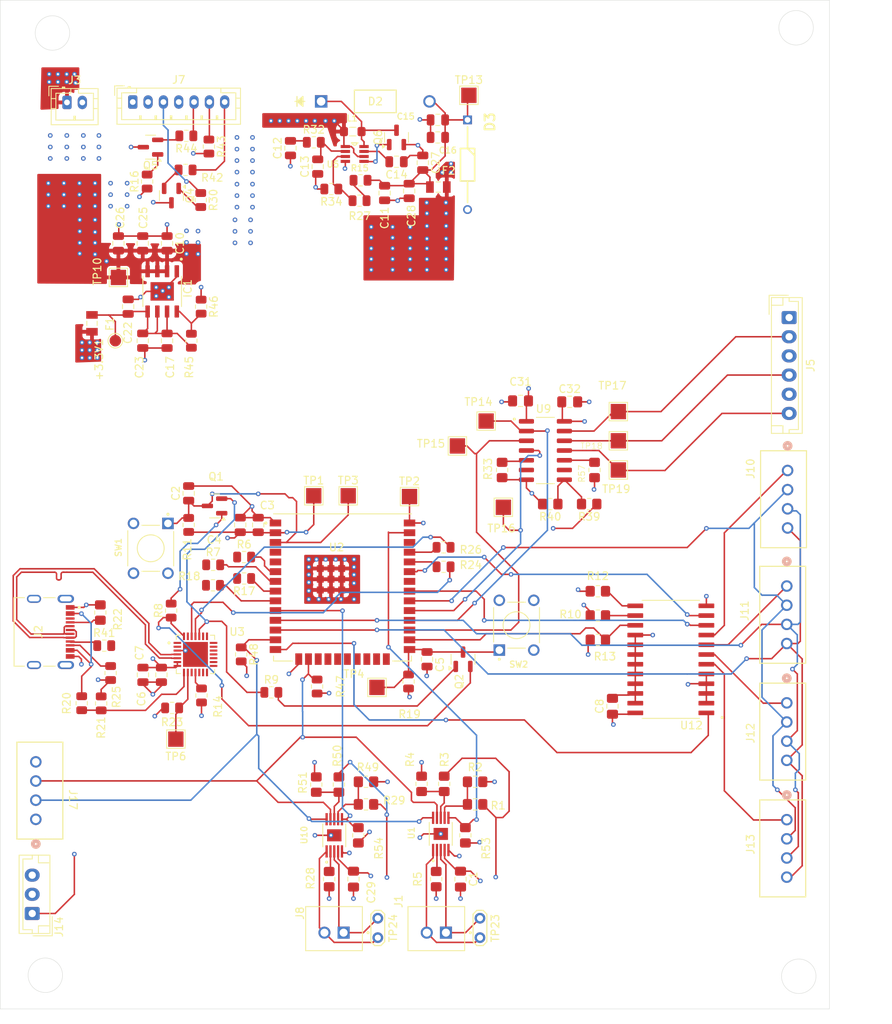
<source format=kicad_pcb>
(kicad_pcb (version 20240108) (generator "pcbnew") (generator_version "8.0")
  (layers (0 "F.Cu" signal) (1 "In1.Cu" signal) (2 "In2.Cu" signal) (31 "B.Cu" signal) (34 "B.Paste" user) (35 "F.Paste" user) (36 "B.SilkS" user "B.Silkscreen") (37 "F.SilkS" user "F.Silkscreen") (38 "B.Mask" user) (39 "F.Mask" user) (44 "Edge.Cuts" user))
  (net 0 "")
  (net 1 "Net-(IC1-OUT_1)")
  (net 2 "+5V")
  (net 3 "GND")
  (net 4 "EN")
  (net 5 "+3.3V")
  (net 6 "IO0")
  (net 7 "+3.7V")
  (net 8 "Net-(D2A-K)")
  (net 9 "Net-(C12-Pad2)")
  (net 10 "Net-(U5-ITH)")
  (net 11 "Net-(U5-RUN{slash}SS)")
  (net 12 "Net-(D2A-A)")
  (net 13 "Net-(IC1-ADJ{slash}NC)")
  (net 14 "Net-(J1-Pin_1)")
  (net 15 "Net-(J1-Pin_2)")
  (net 16 "VBUS")
  (net 18 "Net-(J2-CC2)")
  (net 19 "Net-(J2-SBU1)")
  (net 20 "USB_D+")
  (net 21 "Net-(J2-CC1)")
  (net 22 "USB_D-")
  (net 23 "Net-(J5-Pin_2)")
  (net 24 "Net-(J5-Pin_6)")
  (net 25 "Net-(J5-Pin_4)")
  (net 26 "Net-(J7-Pin_5)")
  (net 27 "Net-(J7-Pin_7)")
  (net 28 "Net-(J7-Pin_6)")
  (net 29 "Net-(J7-Pin_3)")
  (net 30 "Net-(J8-Pin_1)")
  (net 31 "Net-(J8-Pin_2)")
  (net 32 "CLK")
  (net 33 "SPEED")
  (net 34 "DOUT_0")
  (net 35 "PDWN")
  (net 36 "DOUT_1")
  (net 37 "DOUT_2")
  (net 38 "DOUT_3")
  (net 39 "SDA")
  (net 40 "SCL")
  (net 41 "RTS")
  (net 42 "Net-(Q1-G)")
  (net 43 "DTR")
  (net 44 "Net-(Q2-G)")
  (net 45 "Net-(Q4-S)")
  (net 46 "Net-(Q5-S)")
  (net 47 "Net-(Q6-G)")
  (net 48 "/Motor/A0_Vibe_1")
  (net 49 "/Motor/A1_Vibe_1")
  (net 50 "Net-(U1-ISENSE)")
  (net 51 "Net-(U2-IO34)")
  (net 54 "Net-(U2-IO35)")
  (net 55 "Net-(U12-S2)")
  (net 56 "Net-(U12-S3)")
  (net 57 "ENABLE_MUX")
  (net 58 "Net-(U3-~{SUSPEND})")
  (net 59 "Net-(R15-Pad1)")
  (net 60 "Net-(U2-IO32)")
  (net 63 "Net-(U2-IO33)")
  (net 64 "Net-(U3-VBUS)")
  (net 65 "Net-(U3-~{RST})")
  (net 66 "UART_TXD")
  (net 67 "Net-(U3-TXD)")
  (net 68 "Net-(U3-RXD)")
  (net 69 "UART_RXD")
  (net 70 "Net-(U5-VFB)")
  (net 71 "Net-(U10-ISENSE)")
  (net 72 "/Motor/A0_Vibe_2")
  (net 73 "Net-(U9-A4)")
  (net 74 "Net-(U9-OE)")
  (net 76 "/Motor/A1_Vibe_2")
  (net 77 "FAULTn_1")
  (net 78 "FAULTn_2")
  (net 79 "Net-(U9-B4)")
  (net 80 "CLK_rotaryenc")
  (net 81 "DO_rotaryenc")
  (net 82 "CS_rotaryenc")
  (net 88 "MUX_SELECT_0")
  (net 90 "MUX_SELECT_1")
  (net 93 "DATA_LOADCELL")
  (net 114 "Net-(Q4-G)")
  (net 115 "Net-(Q5-G)")
  (footprint "Package_TO_SOT_SMD:SOT-23" (layer "F.Cu") (at 115.235 123.33 90)
    (property "Reference" "Q2")
    (property "Value" "AO3400A")
  )
  (footprint "TestPoint:TestPoint_Pad_2.0x2.0mm" (layer "F.Cu") (at 120.5 103.5 180)
    (property "Reference" "TP16")
    (property "Value" "~")
  )
  (footprint "Inductor_SMD:L_0805_2012Metric_Pad1.05x1.20mm_HandSolder" (layer "F.Cu") (at 100.838 54.483)
    (property "Reference" "L1")
    (property "Value" "1uH")
  )
  (footprint "TestPoint:TestPoint_Pad_2.0x2.0mm" (layer "F.Cu") (at 70.252 73.512 -90)
    (property "Reference" "TP10")
    (property "Value" "+3.7V")
  )
  (footprint "Capacitor_SMD:C_0805_2012Metric" (layer "F.Cu") (at 73.427 81.767 90)
    (property "Reference" "C23")
    (property "Value" "1uF")
  )
  (footprint "Resistor_SMD:R_0805_2012Metric" (layer "F.Cu") (at 82.6195 111.011)
    (property "Reference" "R7")
    (property "Value" "0")
  )
  (footprint "Capacitor_SMD:C_0805_2012Metric" (layer "F.Cu") (at 88.5 105.804 90)
    (property "Reference" "C3")
    (property "Value" "0.1uF")
  )
  (footprint "CONN_B4B-XH-AM_JST:CONN_B4B-XH-AM_JST" (layer "F.Cu") (at 157.494801 129.0184 90)
    (property "Reference" "J12")
    (property "Value" "LoadCell3")
  )
  (footprint "MF-PSML125_6-2-2:FUSE_MF-PSML125_6-2" (layer "F.Cu") (at 66.802 79.502 -90)
    (property "Reference" "F1")
    (property "Value" "MF-PSML125_6-2")
  )
  (footprint "TestPoint:TestPoint_Pad_2.0x2.0mm" (layer "F.Cu") (at 118.25 92.25 180)
    (property "Reference" "TP14")
    (property "Value" "~")
  )
  (footprint "TestPoint:TestPoint_Pad_2.0x2.0mm" (layer "F.Cu") (at 114.5 95.5 180)
    (property "Reference" "TP15")
    (property "Value" "~")
  )
  (footprint "Capacitor_SMD:C_0805_2012Metric" (layer "F.Cu") (at 73.427 69.067 -90)
    (property "Reference" "C25")
    (property "Value" "1uF")
  )
  (footprint "Resistor_SMD:R_0805_2012Metric" (layer "F.Cu") (at 98.044 61.976 180)
    (property "Reference" "R34")
    (property "Value" "11k")
  )
  (footprint "Capacitor_SMD:C_0805_2012Metric" (layer "F.Cu") (at 105 62.5 90)
    (property "Reference" "C11")
    (property "Value" "10uF")
  )
  (footprint "Capacitor_SMD:C_0805_2012Metric" (layer "F.Cu") (at 92.71 56.642 90)
    (property "Reference" "C12")
    (property "Value" "1.8n")
  )
  (footprint "Capacitor_SMD:C_0805_2012Metric" (layer "F.Cu") (at 106.553 58.42 180)
    (property "Reference" "C14")
    (property "Value" "1n")
  )
  (footprint "Resistor_SMD:R_0805_2012Metric" (layer "F.Cu") (at 86.66 112.789 180)
    (property "Reference" "R17")
    (property "Value" "0")
  )
  (footprint "TestPoint:TestPoint_Pad_2.0x2.0mm" (layer "F.Cu") (at 95.75 102)
    (property "Reference" "TP1")
    (property "Value" "+3.3V")
  )
  (footprint "TestPoint:TestPoint_Pad_2.0x2.0mm" (layer "F.Cu") (at 104 127)
    (property "Reference" "TP4")
    (property "Value" "ID0")
  )
  (footprint "Resistor_SMD:R_0805_2012Metric" (layer "F.Cu") (at 96.185 126.886 -90)
    (property "Reference" "R47")
    (property "Value" "4.7k")
  )
  (footprint "zener:DIOAD1165W56L425D185" (layer "F.Cu") (at 115.824 52.959 -90)
    (property "Reference" "D3")
    (property "Value" "D_Zener" (hide yes))
  )
  (footprint "Resistor_SMD:R_0805_2012Metric" (layer "F.Cu") (at 81.098 128.0525 90)
    (property "Reference" "R14")
    (property "Value" "4.7k")
  )
  (footprint "Capacitor_SMD:C_0805_2012Metric" (layer "F.Cu") (at 70.252 69.067 -90)
    (property "Reference" "C26")
    (property "Value" ".1uF")
  )
  (footprint "Resistor_SMD:R_0805_2012Metric_Pad1.20x1.40mm_HandSolder" (layer "F.Cu") (at 116.81 142.265 180)
    (property "Reference" "R1")
    (property "Value" "DNP")
  )
  (footprint "CP2102N_A02_GQFN28:QFN50P500X500X80-29N" (layer "F.Cu") (at 80.31 122.695)
    (property "Reference" "U3")
    (property "Value" "CP2102N-A02-GQFN28")
  )
  (footprint "Resistor_SMD:R_0805_2012Metric_Pad1.20x1.40mm_HandSolder" (layer "F.Cu") (at 101.57 146.3 -90)
    (property "Reference" "R54")
    (property "Value" "10k")
  )
  (footprint "TestPoint:TestPoint_Pad_2.0x2.0mm" (layer "F.Cu") (at 116 49.75)
    (property "Reference" "TP13")
    (property "Value" "TestPoint")
  )
  (footprint "Resistor_SMD:R_0805_2012Metric" (layer "F.Cu") (at 81 63.4125 -90)
    (property "Reference" "R30")
    (property "Value" "0")
  )
  (footprint "Package_TO_SOT_SMD:SOT-23" (layer "F.Cu") (at 82.8015 103.325 180)
    (property "Reference" "Q1")
    (property "Value" "AO3400A")
  )
  (footprint "Connector_JST:JST_PH_B2B-PH-K_1x02_P2.00mm_Vertical" (layer "F.Cu") (at 63.5385 50.6795)
    (property "Reference" "J3")
    (property "Value" "Conn_01x02")
  )
  (footprint "JST_B2B-XH-A:JST_B2B-XH-A" (layer "F.Cu") (at 98.395 158.475)
    (property "Reference" "J8")
    (property "Value" "VibeMotorConnector_2")
  )
  (footprint "Resistor_SMD:R_0805_2012Metric_Pad1.20x1.40mm_HandSolder" (layer "F.Cu") (at 97.76 152.015 -90)
    (property "Reference" "R28")
    (property "Value" "0.308")
  )
  (footprint "Resistor_SMD:R_0805_2012Metric" (layer "F.Cu") (at 79.12 55.0395 180)
    (property "Reference" "R44")
    (property "Value" "0")
  )
  (footprint "1825910_6:SW_1825910-6-4" (layer "F.Cu") (at 74.468 108.852 -90)
    (property "Reference" "SW1")
    (property "Value" "SW_Push")
  )
  (footprint "TXB0104DR:SOIC127P600X175-14N" (layer "F.Cu") (at 125.985 96.095)
    (property "Reference" "U9")
    (property "Value" "TXB0104DR")
  )
  (footprint "Resistor_SMD:R_0805_2012Metric" (layer "F.Cu") (at 77.135 116.98 90)
    (property "Reference" "R8")
    (property "Value" "10k")
  )
  (footprint "Resistor_SMD:R_0805_2012Metric_Pad1.20x1.40mm_HandSolder" (layer "F.Cu") (at 132.835 117.63)
    (property "Reference" "R10")
    (property "Value" "10k")
  )
  (footprint "TestPoint:TestPoint_Pad_2.0x2.0mm" (layer "F.Cu") (at 100.25 102)
    (property "Reference" "TP3")
    (property "Value" "ENABLE")
  )
  (footprint "LTC3872ETS8TRMPBF:SOT65P280X100-8N" (layer "F.Cu") (at 101.092 57.404)
    (property "Reference" "U5")
    (property "Value" "LTC3872ETS8TRMPBF")
  )
  (footprint "CONN_B4B-XH-AM_JST:CONN_B4B-XH-AM_JST" (layer "F.Cu") (at 157.6 98.7 90)
    (property "Reference" "J10")
    (property "Value" "LoadCell1")
  )
  (footprint "Capacitor_SMD:C_0805_2012Metric" (layer "F.Cu") (at 75.865 125.362 -90)
    (property "Reference" "C6")
    (property "Value" "100nF")
  )
  (footprint "Resistor_SMD:R_0805_2012Metric_Pad1.20x1.40mm_HandSolder" (layer "F.Cu") (at 112.775 139.585 -90)
    (property "Reference" "R3")
    (property "Value" "DNP")
  )
  (footprint "CONN_B4B-XH-AM_JST:CONN_B4B-XH-AM_JST" (layer "F.Cu") (at 157.494801 113.7784 90)
    (property "Reference" "J11")
    (property "Value" "LoadCell2")
  )
  (footprint "TestPoint:TestPoint_Pad_2.0x2.0mm" (layer "F.Cu") (at 77.75 133.75)
    (property "Reference" "TP6")
    (property "Value" "RESET")
  )
  (footprint "TestPoint:TestPoint_Pad_D1.5mm" (layer "F.Cu") (at 69.85 81.767 -90)
    (property "Reference" "+3.3V1")
    (property "Value" "TestPoint")
  )
  (footprint "Connector_JST:JST_EH_B6B-EH-A_1x06_P2.50mm_Vertical" (layer "F.Cu") (at 157.8 78.75 -90)
    (property "Reference" "J5")
    (property "Value" "Rotary Encoder Connector")
  )
  (footprint "Capacitor_SMD:C_0805_2012Metric" (layer "F.Cu") (at 71.522 77.322 -90)
    (property "Reference" "C22")
    (property "Value" ".1uF")
  )
  (footprint "Capacitor_SMD:C_0805_2012Metric" (layer "F.Cu") (at 79.421 101.679 90)
    (property "Reference" "C2")
    (property "Value" "0.1uF")
  )
  (footprint "Resistor_SMD:R_0805_2012Metric" (layer "F.Cu") (at 82.596 113.678 180)
    (property "Reference" "R18")
    (property "Value" "0")
  )
  (footprint "Capacitor_SMD:C_0805_2012Metric" (layer "F.Cu") (at 108.204 62.23 90)
    (property "Reference" "C28")
    (property "Value" ".1uF")
  )
  (footprint "Capacitor_SMD:C_0805_2012Metric_Pad1.18x1.45mm_HandSolder" (layer "F.Cu") (at 129.16 89.745)
    (property "Reference" "C32")
    (property "Value" "0.1u")
  )
  (footprint "Resistor_SMD:R_0805_2012Metric" (layer "F.Cu") (at 112.695 108.725)
    (property "Reference" "R26")
    (property "Value" "0")
  )
  (footprint "IC_XTR111AIDGQR:IC_XTR111AIDGQR" (layer "F.Cu") (at 112.33 146.115 90)
    (property "Reference" "U1")
    (property "Value" "DRV8830DGQR")
  )
  (footprint "Capacitor_SMD:C_0805_2012Metric" (layer "F.Cu") (at 86.152 105.804 90)
    (property "Reference" "C4")
    (property "Value" "10uF")
  )
  (footprint "Capacitor_SMD:C_0805_2012Metric_Pad1.18x1.45mm_HandSolder" (layer "F.Cu") (at 134.74 129.4625 90)
    (property "Reference" "C8")
    (property "Value" "0.1u")
  )
  (footprint "Resistor_SMD:R_0805_2012Metric" (layer "F.Cu") (at 95.758 55.88)
    (property "Reference" "R32")
    (property "Value" "17.4k")
  )
  (footprint "Resistor_SMD:R_0805_2012Metric_Pad1.20x1.40mm_HandSolder" (layer "F.Cu") (at 132.835 114.455)
    (property "Reference" "R12")
    (property "Value" "10k")
  )
  (footprint "SOIC127P1030X265-24:SOIC127P1030X265-24N" (layer "F.Cu") (at 142.36 123.345 180)
    (property "Reference" "U12")
    (property "Value" "CD74HC4067M96")
  )
  (footprint "Resistor_SMD:R_0805_2012Metric_Pad1.20x1.40mm_HandSolder" (layer "F.Cu") (at 102.57 139.315 180)
    (property "Reference" "R49")
    (property "Value" "DNP")
  )
  (footprint "Resistor_SMD:R_0805_2012Metric" (layer "F.Cu") (at 108.123 126.2275 90)
    (property "Reference" "R19")
    (property "Value" "1k")
  )
  (footprint "Capacitor_SMD:C_0805_2012Metric_Pad1.18x1.45mm_HandSolder" (layer "F.Cu") (at 114.905 152.015 -90)
    (property "Reference" "C1")
    (property "Value" "0.1u")
  )
  (footprint "Package_TO_SOT_SMD:SOT-23" (layer "F.Cu") (at 77.1725 62.835 -90)
    (property "Reference" "Q4")
    (property "Value" "AO3400A")
  )
  (footprint "Resistor_SMD:R_0805_2012Metric_Pad1.20x1.40mm_HandSolder" (layer "F.Cu") (at 115.54 146.3 -90)
    (property "Reference" "R53")
    (property "Value" "10k")
  )
  (footprint "MF-PSML125_6-2-2:FUSE_MF-PSML125_6-2" (layer "F.Cu") (at 112.014 61.722)
    (property "Reference" "F2")
    (property "Value" "MF-PSML125_6-2")
  )
  (footprint "Resistor_SMD:R_0805_2012Metric" (layer "F.Cu") (at 68.398 121.552)
    (property "Reference" "R41")
    (property "Value" "0")
  )
  (footprint "schotkey:DO-41_STM" (layer "F.Cu") (at 96.7105 50.546)
    (property "Reference" "D2")
    (property "Value" "1N5817")
  )
  (footprint "Resistor_SMD:R_0805_2012Metric_Pad1.20x1.40mm_HandSolder" (layer "F.Cu") (at 131.7 103.08 180)
    (property "Reference" "R39")
    (property "Value" "10k")
  )
  (footprint "Resistor_SMD:R_0805_2012Metric" (layer "F.Cu") (at 101.854 60.833)
    (property "Reference" "R15")
    (property "Value" "17.4k")
  )
  (footprint "Capacitor_SMD:C_0805_2012Metric_Pad1.18x1.45mm_HandSolder" (layer "F.Cu") (at 100.935 152.015 -90)
    (property "Reference" "C29")
    (property "Value" "0.1u")
  )
  (footprint "TestPoint:TestPoint_Pad_2.0x2.0mm" (layer "F.Cu") (at 135.51 98.635 180)
    (property "Reference" "TP19")
    (property "Value" "~")
  )
  (footprint "Resistor_SMD:R_0805_2012Metric_Pad1.20x1.40mm_HandSolder" (layer "F.Cu") (at 96.08 139.68 -90)
    (property "Reference" "R51")
    (property "Value" "0")
  )
  (footprint "Resistor_SMD:R_0805_2012Metric_Pad1.20x1.40mm_HandSolder" (layer "F.Cu") (at 99.03 139.68 -90)
    (property "Reference" "R50")
    (property "Value" "DNP")
  )
  (footprint "Resistor_SMD:R_0805_2012Metric" (layer "F.Cu") (at 82.0645 56.4365 -90)
    (property "Reference" "R43")
    (property "Value" "0")
  )
  (footprint "Resistor_SMD:R_0805_2012Metric_Pad1.20x1.40mm_HandSolder" (layer "F.Cu") (at 111.73 152.015 -90)
    (property "Reference" "R5")
    (property "Value" "0.308")
  )
  (footprint "Resistor_SMD:R_0805_2012Metric" (layer "F.Cu") (at 79.0165 59.4845 180)
    (property "Reference" "R42")
    (property "Value" "0")
  )
  (footprint "TestPoint:TestPoint_2Pads_Pitch2.54mm_Drill0.8mm" (layer "F.Cu") (at 117.445 157.115 -90)
    (property "Reference" "TP23")
    (property "Value" "TestPoint_Motor_1")
  )
  (footprint "Capacitor_SMD:C_0805_2012Metric" (layer "F.Cu") (at 96.266 59.055 90)
    (property "Reference" "C13")
    (property "Value" "47p")
  )
  (footprint "Resistor_SMD:R_0805_2012Metric" (layer "F.Cu") (at 90.216 127.648)
    (property "Reference" "R9")
    (property "Value" "10k")
  )
  (footprint "Resistor_SMD:R_0805_2012Metric" (layer "F.Cu") (at 65.46 129.064 -90)
    (property "Reference" "R20")
    (property "Value" "22.1k")
  )
  (footprint "Resistor_SMD:R_0805_2012Metric" (layer "F.Cu") (at 101.727 63.5)
    (property "Reference" "R27")
    (property "Value" "17.4k")
  )
  (footprint "Capacitor_SMD:C_0805_2012Metric_Pad1.18x1.45mm_HandSolder" (layer "F.Cu") (at 122.74 89.62)
    (property "Reference" "C31")
    (property "Value" "0.1u")
  )
  (footprint "1825910_6:SW_1825910-6-4" (layer "F.Cu") (at 122.22 118.885 90)
    (property "Reference" "SW2")
    (property "Value" "SW_Push")
  )
  (footprint "Resistor_SMD:R_0805_2012Metric_Pad1.20x1.40mm_HandSolder" (layer "F.Cu") (at 67.89 117.234 90)
    (property "Reference" "R22")
    (property "Value" "5.1k")
  )
  (footprint "Resistor_SMD:R_0805_2012Metric_Pad1.20x1.40mm_HandSolder" (layer "F.Cu") (at 126.62 103.08 180)
    (property "Reference" "R40")
    (property "Value" "DNP")
  )
  (footprint "Resistor_SMD:R_0805_2012Metric" (layer "F.Cu") (at 81.047 77.322 -90)
    (property "Reference" "R46")
    (property "Value" "DNP")
  )
  (footprint "Connector_JST:JST_PH_B7B-PH-K_1x07_P2.00mm_Vertical" (layer "F.Cu") (at 72.1255 50.6245)
    (property "Reference" "J7")
    (property "Value" "Conn_01x07_Pin")
  )
  (footprint "Capacitor_SMD:C_0805_2012Metric" (layer "F.Cu") (at 110.536 123.33 -90)
    (property "Reference" "C5")
    (property "Value" "0.1uF")
  )
  (footprint "Resistor_SMD:R_0805_2012Metric_Pad1.20x1.40mm_HandSolder" (layer "F.Cu") (at 132.835 120.805)
    (property "Reference" "R13")
    (property "Value" "10k")
  )
  (footprint "Connector_JST:JST_EH_B3B-EH-A_1x03_P2.50mm_Vertical" (layer "F.Cu") (at 59 156.5 90)
    (property "Reference" "J14")
    (property "Value" "Power_to_Loadcell")
  )
  (footprint "JST_B2B-XH-A:JST_B2B-XH-A" (layer "F.Cu") (at 111.75 158.475)
    (property "Reference" "J1")
    (property "Value" "VibeMotorConnector_1")
  )
  (footprint "Package_TO_SOT_SMD:SOT-23" (layer "F.Cu") (at 106.553 55.245 90)
    (property "Reference" "Q6")
    (property "Value" "AO3400A")
  )
  (footprint "Capacitor_SMD:C_0805_2012Metric" (layer "F.Cu") (at 111.948 55.245 180)
    (property "Reference" "C16")
    (property "Value" "100u")
  )
  (footprint "TestPoint:TestPoint_Pad_2.0x2.0mm" (layer "F.Cu") (at 108.25 102.1)
    (property "Reference" "TP2")
    (property "Value" "GND")
  )
  (footprint "Resistor_SMD:R_0805_2012Metric_Pad1.20x1.40mm_HandSolder" (layer "F.Cu") (at 109.825 139.585 -90)
    (property "Reference" "R4")
    (property "Value" "0")
  )
  (footprint "Resistor_SMD:R_0805_2012Metric" (layer "F.Cu") (at 79.421 105.804 -90)
    (property "Reference" "R11")
    (property "Value" "1k")
  )
  (footprint "Capacitor_SMD:C_0805_2012Metric" (layer "F.Cu") (at 73.452 125.362 -90)
    (property "Reference" "C7")
    (property "Value" "100nF")
  )
  (footprint "Capacitor_SMD:C_0805_2012Metric" (layer "F.Cu") (at 76.602 81.772 90)
    (property "Reference" "C17")
    (property "Value" "10uF")
  )
  (footprint "Resistor_SMD:R_0805_2012Metric_Pad1.20x1.40mm_HandSolder" (layer "F.Cu") (at 116.81 139.315 180)
    (property "Reference" "R2")
    (property "Value" "0")
  )
  (footprint "Package_TO_SOT_SMD:SOT-23" (layer "F.Cu") (at 74.4445 56.515 180)
    (property "Reference" "Q5")
    (property "Value" "AO3400A")
  )
  (footprint "CONN_B4B-XH-AM_JST:CONN_B4B-XH-AM_JST" (layer "F.Cu") (at 157.494801 144.2584 90)
    (property "Reference" "J13")
    (property "Value" "LoadCell4")
  )
  (footprint "Resistor_SMD:R_0805_2012Metric" (layer "F.Cu") (at 68 129.0875 90)
    (property "Reference" "R21")
    (property "Value" "47.5k")
  )
  (footprint "Capacitor_SMD:C_0805_2012Metric" (layer "F.Cu") (at 111.948 52.959 180)
    (property "Reference" "C15")
    (property "Value" "100u")
  )
  (footprint "Resistor_SMD:R_0805_2012Metric_Pad1.20x1.40mm_HandSolder" (layer "F.Cu") (at 132.4 98.635 90)
    (property "Reference" "R57")
    (property "Value" "75k")
  )
  (footprint "SOIC127P600X163-9N 2:SOIC127P600X163-9N" (layer "F.Cu") (at 75.967 75.332 -90)
    (property "Reference" "IC1")
    (property "Value" "AP7362-33SP-13 (3.3V LDO)")
  )
  (footprint "Resistor_SMD:R_0805_2012Metric" (layer "F.Cu") (at 77.262 129.68)
    (property "Reference" "R23")
    (property "Value" "10k")
  )
  (footprint "Capacitor_SMD:C_0805_2012Metric" (layer "F.Cu") (at 109.982 58.547 -90)
    (property "Reference" "C27")
    (property "Value" "1uF")
  )
  (footprint "CONN_B4B-XH-AM_JST:CONN_B4B-XH-AM_JST" (layer "F.Cu") (at 59.470199 144.2166 -90)
    (property "Reference" "J17")
    (property "Value" "IMU_connector")
  )
  (footprint "ESP32-WROOM-32UE_M113EH6400UH3Q0_:MODULE_ESP32-WROOM-32UE_M113EH6400UH3Q0_" (layer "F.Cu") (at 99.5 113.96)
    (property "Reference" "U2")
    (property "Value" "ESP32-WROOM-32UE_M113EH6400UH3Q0_")
  )
  (footprint "Capacitor_SMD:C_0805_2012Metric" (layer "F.Cu") (at 76.602 69.067 -90)
    (property "Reference" "C10")
    (property "Value" "10uF")
  )
  (footprint "1332645:PHOENIX_1332645" (layer "F.Cu") (at 56.633 115.292 -90)
    (property "Reference" "J2")
    (property "Value" "1332645")
  )
  (footprint "TestPoint:TestPoint_Pad_2.0x2.0mm" (layer "F.Cu") (at 135.51 91.015 180)
    (property "Reference" "TP17")
    (property "Value" "~")
  )
  (footprint "TestPoint:TestPoint_Pad_2.0x2.0mm" (layer "F.Cu") (at 135.51 94.825 180)
    (property "Reference" "TP18")
    (property "Value" "~")
  )
  (footprint "Resistor_SMD:R_0805_2012Metric" (layer "F.Cu") (at 112.695 111.265)
    (property "Reference" "R24")
    (property "Value" "0")
  )
  (footprint "Resistor_SMD:R_0805_2012Metric" (layer "F.Cu") (at 69.233 125.127 -90)
    (property "Reference" "R25")
    (property "Value" "5.1k")
  )
  (footprint "TestPoint:TestPoint_2Pads_Pitch2.54mm_Drill0.8mm" (layer "F.Cu") (at 104.11 157.115 -90)
    (property "Reference" "TP24")
    (property "Value" "TestPoint_Motor_2")
  )
  (footprint "Resistor_SMD:R_0805_2012Metric_Pad1.20x1.40mm_HandSolder" (layer "F.Cu") (at 102.57 142.265 180)
    (property "Reference" "R29")
    (property "Value" "DNP")
  )
  (footprint "Resistor_SMD:R_0805_2012Metric" (layer "F.Cu") (at 86.66 109.995)
    (property "Reference" "R6")
    (property "Value" "0")
  )
  (footprint "Resistor_SMD:R_0805_2012Metric" (layer "F.Cu") (at 79.777 81.767 -90)
    (property "Reference" "R45")
    (property "Value" "DNP")
  )
  (footprint "Resistor_SMD:R_0805_2012Metric_Pad1.20x1.40mm_HandSolder" (layer "F.Cu") (at 120.335 98.635 90)
    (property "Reference" "R33")
    (property "Value" "75k")
  )
  (footprint "Resistor_SMD:R_0805_2012Metric" (layer "F.Cu") (at 74 61 90)
    (property "Reference" "R16")
    (property "Value" "0")
  )
  (footprint "Resistor_SMD:R_0805_2012Metric" (layer "F.Cu") (at 86.279 122.695 -90)
    (property "Reference" "R48")
    (property "Value" "4.7k")
  )
  (footprint "IC_XTR111AIDGQR:IC_XTR111AIDGQR" (layer "F.Cu") (at 98.43 146.3 90)
    (property "Reference" "U10")
    (property "Value" "DRV8830DGQR")
  )
  (gr_circle (center 60.71 164.56) (end 62.96 164.56) (stroke (width 0.05)) (fill none) (layer "Edge.Cuts"))
  (gr_circle (center 159.06 164.69) (end 161.31 164.69) (stroke (width 0.05)) (fill none) (layer "Edge.Cuts"))
  (gr_circle (center 158.71 40.94) (end 160.96 40.94) (stroke (width 0.05)) (fill none) (layer "Edge.Cuts"))
  (gr_rect (start 54.82 37.34) (end 163.06 168.95) (stroke (width 0.05)) (fill none) (layer "Edge.Cuts"))
  (gr_circle (center 61.64 41.62) (end 63.89 41.62) (stroke (width 0.05)) (fill none) (layer "Edge.Cuts"))
  (segment (start 74.062 77.957) (end 74.062 80.182) (width 0.2) (layer "F.Cu") (net 1))
  (segment (start 76.602 80.822) (end 77.9195 80.822) (width 0.2) (layer "F.Cu") (net 1))
  (segment (start 69.85 79.272) (end 69 78.422) (width 0.2) (layer "F.Cu") (net 1))
  (segment (start 71.372 78.422) (end 71.522 78.272) (width 0.2) (layer "F.Cu") (net 1))
  (segment (start 74.062 80.182) (end 73.427 80.817) (width 0.2) (layer "F.Cu") (net 1))
  (segment (start 75.332 80.822) (end 73.432 80.822) (width 0.2) (layer "F.Cu") (net 1))
  (segment (start 69 78.422) (end 66.822 78.422) (width 0.2) (layer "F.Cu") (net 1))
  (segment (start 71.522 78.272) (end 71.837 77.957) (width 0.2) (layer "F.Cu") (net 1))
  (segment (start 71.837 77.957) (end 74.062 77.957) (width 0.2) (layer "F.Cu") (net 1))
  (segment (start 76.602 77.957) (end 76.602 80.822) (width 0.2) (layer "F.Cu") (net 1))
  (segment (start 69.85 81.767) (end 69.85 79.272) (width 0.2) (layer "F.Cu") (net 1))
  (segment (start 73.432 80.822) (end 73.427 80.817) (width 0.2) (layer "F.Cu") (net 1))
  (segment (start 75.332 77.957) (end 75.332 80.49) (width 0.2) (layer "F.Cu") (net 1))
  (segment (start 69.617 78.422) (end 71.372 78.422) (width 0.2) (layer "F.Cu") (net 1))
  (segment (start 77.9195 80.822) (end 79.777 82.6795) (width 0.2) (layer "F.Cu") (net 1))
  (segment (start 76.602 80.822) (end 75.332 80.822) (width 0.2) (layer "F.Cu") (net 1))
  (segment (start 66.822 78.422) (end 66.802 78.402) (width 0.2) (layer "F.Cu") (net 1))
  (segment (start 75.332 80.49) (end 75 80.822) (width 0.2) (layer "F.Cu") (net 1))
  (segment (start 69.617 78.422) (end 69 78.422) (width 0.2) (layer "F.Cu") (net 1))
  (segment (start 113.114 63.636) (end 113 63.75) (width 0.2) (layer "F.Cu") (net 2))
  (segment (start 134.74 131.725) (end 134.86 131.845) (width 0.2) (layer "F.Cu") (net 2))
  (segment (start 115.11 136.25) (end 119.5 136.25) (width 0.2) (layer "F.Cu") (net 2))
  (segment (start 98.93 149.375) (end 100.5325 150.9775) (width 0.2) (layer "F.Cu") (net 2))
  (segment (start 113.665 59.817) (end 113.114 60.368) (width 0.2) (layer "F.Cu") (net 2))
  (segment (start 128.2 89.8225) (end 128.1225 89.745) (width 0.2) (layer "F.Cu") (net 2))
  (segment (start 100.5325 150.9775) (end 100.935 150.9775) (width 0.2) (layer "F.Cu") (net 2))
  (segment (start 120.415 143.985) (end 119.53 143.985) (width 0.2) (layer "F.Cu") (net 2))
  (segment (start 105.3 151.8) (end 105.28 151.78) (width 0.2) (layer "F.Cu") (net 2))
  (segment (start 99.03 138.68) (end 99.03 138.22) (width 0.2) (layer "F.Cu") (net 2))
  (segment (start 105.28 143.6) (end 105.28 143.08) (width 0.2) (layer "F.Cu") (net 2))
  (segment (start 102.8 151.2) (end 101.1575 151.2) (width 0.2) (layer "F.Cu") (net 2))
  (segment (start 103.2 151.6) (end 102.8 151.2) (width 0.2) (layer "F.Cu") (net 2))
  (segment (start 113.114 60.706) (end 113.114 61.722) (width 0.2) (layer "F.Cu") (net 2))
  (segment (start 116.2275 150.9775) (end 114.905 150.9775) (width 0.2) (layer "F.Cu") (net 2))
  (segment (start 99.03 138.22) (end 100.5 136.75) (width 0.2) (layer "F.Cu") (net 2))
  (segment (start 114.905 150.9775) (end 114.5025 150.9775) (width 0.2) (layer "F.Cu") (net 2))
  (segment (start 131.085 92.285) (end 128.46 92.285) (width 0.2) (layer "F.Cu") (net 2))
  (segment (start 119.53 143.985) (end 117.81 142.265) (width 0.2) (layer "F.Cu") (net 2))
  (segment (start 114.5025 150.9775) (end 112.83 149.305) (width 0.2) (layer "F.Cu") (net 2))
  (segment (start 119.53 151.72) (end 119.53 144.25) (width 0.2) (layer "F.Cu") (net 2))
  (segment (start 113.114 60.368) (end 113.114 60.706) (width 0.2) (layer "F.Cu") (net 2))
  (segment (start 98.93 148.4) (end 98.93 149.375) (width 0.2) (layer "F.Cu") (net 2))
  (segment (start 105.28 143.08) (end 104.465 142.265) (width 0.2) (layer "F.Cu") (net 2))
  (segment (start 101.1575 151.2) (end 100.935 150.9775) (width 0.2) (layer "F.Cu") (net 2))
  (segment (start 105.28 151.78) (end 105.28 143.975) (width 0.2) (layer "F.Cu") (net 2))
  (segment (start 113.665 58.674) (end 113.665 59.817) (width 0.2) (layer "F.Cu") (net 2))
  (segment (start 113.114 61.722) (end 113.114 63.636) (width 0.2) (layer "F.Cu") (net 2))
  (segment (start 121.25 138) (end 121.25 143.15) (width 0.2) (layer "F.Cu") (net 2))
  (segment (start 112.83 149.305) (end 112.83 148.215) (width 0.2) (layer "F.Cu") (net 2))
  (segment (start 128.46 92.285) (end 128.2 92.025) (width 0.2) (layer "F.Cu") (net 2))
  (segment (start 134.74 130.5) (end 137.55 130.5) (width 0.2) (layer "F.Cu") (net 2))
  (segment (start 104.465 142.265) (end 103.57 142.265) (width 0.2) (layer "F.Cu") (net 2))
  (segment (start 112.775 138.585) (end 115.11 136.25) (width 0.2) (layer "F.Cu") (net 2))
  (segment (start 119.5 136.25) (end 121.25 138) (width 0.2) (layer "F.Cu") (net 2))
  (segment (start 134.74 130.5) (end 134.74 131.725) (width 0.2) (layer "F.Cu") (net 2))
  (segment (start 105.28 143.6) (end 105.28 143.975) (width 0.2) (layer "F.Cu") (net 2))
  (segment (start 119.5 151.75) (end 119.53 151.72) (width 0.2) (layer "F.Cu") (net 2))
  (segment (start 137.55 130.5) (end 137.72 130.33) (width 0.2) (layer "F.Cu") (net 2))
  (segment (start 112.522 59.817) (end 113.114 60.409) (width 0.2) (layer "F.Cu") (net 2))
  (segment (start 117.5 152.25) (end 116.2275 150.9775) (width 0.2) (layer "F.Cu") (net 2))
  (segment (start 119.53 144.25) (end 119.53 143.985) (width 0.2) (layer "F.Cu") (net 2))
  (segment (start 113.114 60.409) (end 113.114 60.706) (width 0.2) (layer "F.Cu") (net 2))
  (segment (start 131.1 92.3) (end 131.085 92.285) (width 0.2) (layer "F.Cu") (net 2))
  (segment (start 128.2 92.025) (end 128.2 89.8225) (width 0.2) (layer "F.Cu") (net 2))
  (segment (start 121.25 143.15) (end 120.415 143.985) (width 0.2) (layer "F.Cu") (net 2))
  (via (at 108.331 69.723) (size 0.6) (drill 0.3) (layers "F.Cu" "B.Cu") (net 2))
  (via (at 103.251 72.517) (size 0.6) (drill 0.3) (layers "F.Cu" "B.Cu") (net 2))
  (via (at 113.03 65.151) (size 0.6) (drill 0.3) (layers "F.Cu" "B.Cu") (net 2))
  (via (at 103.2 151.6) (size 0.6) (drill 0.3) (layers "F.Cu" "B.Cu") (net 2))
  (via (at 108.331 66.929) (size 0.6) (drill 0.3) (layers "F.Cu" "B.Cu") (net 2))
  (via (at 103.251 66.929) (size 0.6) (drill 0.3) (layers "F.Cu" "B.Cu") (net 2))
  (via (at 103.251 68.326) (size 0.6) (drill 0.3) (layers "F.Cu" "B.Cu") (net 2))
  (via (at 105.28 143.6) (size 0.6) (drill 0.3) (layers "F.Cu" "B.Cu") (net 2))
  (via (at 106.045 71.12) (size 0.6) (drill 0.3) (layers "F.Cu" "B.Cu") (net 2))
  (via (at 134.86 131.845) (size 0.6) (drill 0.3) (layers "F.Cu" "B.Cu") (net 2))
  (via (at 108.331 68.326) (size 0.6) (drill 0.3) (layers "F.Cu" "B.Cu") (net 2))
  (via (at 106.045 66.929) (size 0.6) (drill 0.3) (layers "F.Cu" "B.Cu") (net 2))
  (via (at 113.03 72.517) (size 0.6) (drill 0.3) (layers "F.Cu" "B.Cu") (net 2))
  (via (at 106.045 72.517) (size 0.6) (drill 0.3) (layers "F.Cu" "B.Cu") (net 2))
  (via (at 110.52 71.124) (size 0.6) (drill 0.3) (layers "F.Cu" "B.Cu") (net 2))
  (via (at 131.1 92.3) (size 0.6) (drill 0.3) (layers "F.Cu" "B.Cu") (net 2))
  (via (at 113.03 71.12) (size 0.6) (drill 0.3) (layers "F.Cu" "B.Cu") (net 2))
  (via (at 110.52 72.521) (size 0.6) (drill 0.3) (layers "F.Cu" "B.Cu") (net 2))
  (via (at 100.5 136.75) (size 0.6) (drill 0.3) (layers "F.Cu" "B.Cu") (net 2))
  (via (at 113.665 59.817) (size 0.6) (drill 0.3) (layers "F.Cu" "B.Cu") (net 2))
  (via (at 106.045 69.723) (size 0.6) (drill 0.3) (layers "F.Cu" "B.Cu") (net 2))
  (via (at 108.331 71.12) (size 0.6) (drill 0.3) (layers "F.Cu" "B.Cu") (net 2))
  (via (at 110.49 63.754) (size 0.6) (drill 0.3) (layers "F.Cu" "B.Cu") (net 2))
  (via (at 105.3 151.8) (size 0.6) (drill 0.3) (layers "F.Cu" "B.Cu") (net 2))
  (via (at 110.52 68.457) (size 0.6) (drill 0.3) (layers "F.Cu" "B.Cu") (net 2))
  (via (at 108.331 72.517) (size 0.6) (drill 0.3) (layers "F.Cu" "B.Cu") (net 2))
  (via (at 103.251 71.12) (size 0.6) (drill 0.3) (layers "F.Cu" "B.Cu") (net 2))
  (via (at 103.251 69.723) (size 0.6) (drill 0.3) (layers "F.Cu" "B.Cu") (net 2))
  (via (at 112.522 59.817) (size 0.6) (drill 0.3) (layers "F.Cu" "B.Cu") (net 2))
  (via (at 110.52 65.155) (size 0.6) (drill 0.3) (layers "F.Cu" "B.Cu") (net 2))
  (via (at 110.52 66.806) (size 0.6) (drill 0.3) (layers "F.Cu" "B.Cu") (net 2))
  (via (at 117.5 152.25) (size 0.6) (drill 0.3) (layers "F.Cu" "B.Cu") (net 2))
  (via (at 113 63.75) (size 0.6) (drill 0.3) (layers "F.Cu" "B.Cu") (net 2))
  (via (at 110.52 69.727) (size 0.6) (drill 0.3) (layers "F.Cu" "B.Cu") (net 2))
  (via (at 113.03 68.453) (size 0.6) (drill 0.3) (layers "F.Cu" "B.Cu") (net 2))
  (via (at 113.03 66.802) (size 0.6) (drill 0.3) (layers "F.Cu" "B.Cu") (net 2))
  (via (at 113.665 58.674) (size 0.6) (drill 0.3) (layers "F.Cu" "B.Cu") (net 2))
  (via (at 119.5 151.75) (size 0.6) (drill 0.3) (layers "F.Cu" "B.Cu") (net 2))
  (via (at 106.045 68.326) (size 0.6) (drill 0.3) (layers "F.Cu" "B.Cu") (net 2))
  (via (at 113.03 69.723) (size 0.6) (drill 0.3) (layers "F.Cu" "B.Cu") (net 2))
  (segment (start 105.28 141.53) (end 100.5 136.75) (width 0.2) (layer "B.Cu") (net 2))
  (segment (start 105.28 143.6) (end 105.28 141.53) (width 0.2) (layer "B.Cu") (net 2))
  (segment (start 73.7 84.3) (end 73.7 82.99) (width 0.2) (layer "F.Cu") (net 3))
  (segment (start 74.8 63.7) (end 74.8725 63.7725) (width 0.2) (layer "F.Cu") (net 3))
  (segment (start 95.9 146.3) (end 98 146.3) (width 0.2) (layer "F.Cu") (net 3))
  (segment (start 120.605 99.905) (end 120.335 99.635) (width 0.2) (layer "F.Cu") (net 3))
  (segment (start 92.71 58.99) (end 92.7 59) (width 0.2) (layer "F.Cu") (net 3))
  (segment (start 97.1315 61.976) (end 96.226 61.976) (width 0.2) (layer "F.Cu") (net 3))
  (segment (start 144.6 126.6) (end 144.68 126.52) (width 0.2) (layer "F.Cu") (net 3))
  (segment (start 85.04 100.729) (end 79.421 100.729) (width 0.2) (layer "F.Cu") (net 3))
  (segment (start 87.702 103.391) (end 87.615 103.391) (width 0.2) (layer "F.Cu") (net 3))
  (segment (start 147 126.845) (end 147 129.06) (width 0.2) (layer "F.Cu") (net 3))
  (segment (start 107.503 56.1825) (end 107.503 56.003) (width 0.2) (layer "F.Cu") (net 3))
  (segment (start 123.51 100.97) (end 123.51 99.905) (width 0.2) (layer "F.Cu") (net 3))
  (segment (start 76.602 68.117) (end 70.252 68.117) (width 0.2) (layer "F.Cu") (net 3))
  (segment (start 137.72 120.17) (end 137.72 128.425) (width 0.2) (layer "F.Cu") (net 3))
  (segment (start 73.452 126.312) (end 75.865 126.312) (width 0.2) (layer "F.Cu") (net 3))
  (segment (start 114.75 149) (end 114.115 149) (width 0.2) (layer "F.Cu") (net 3))
  (segment (start 131.565 121.075) (end 131.835 120.805) (width 0.2) (layer "F.Cu") (net 3))
  (segment (start 157.55 78.5) (end 157.8 78.75) (width 0.2) (layer "F.Cu") (net 3))
  (segment (start 77.872 72.707) (end 77.872 73.427) (width 0.2) (layer "F.Cu") (net 3))
  (segment (start 76.602 82.722) (end 73.432 82.722) (width 0.2) (layer "F.Cu") (net 3))
  (segment (start 131.565 122.71) (end 131.565 121.075) (width 0.2) (layer "F.Cu") (net 3))
  (segment (start 73.152 76.073) (end 73.893 75.332) (width 0.2) (layer "F.Cu") (net 3))
  (segment (start 67.6395 126.0395) (end 69.233 126.0395) (width 0.2) (layer "F.Cu") (net 3))
  (segment (start 109.825 136.775) (end 109.825 138.585) (width 0.2) (layer "F.Cu") (net 3))
  (segment (start 131.835 114.455) (end 130.455 114.455) (width 0.2) (layer "F.Cu") (net 3))
  (segment (start 140 120.17) (end 137.72 120.17) (width 0.2) (layer "F.Cu") (net 3))
  (segment (start 130.455 114.455) (end 130.25 114.25) (width 0.2) (layer "F.Cu") (net 3))
  (segment (start 114.905 154.555) (end 114.905 153.0525) (width 0.2) (layer "F.Cu") (net 3))
  (segment (start 110.536 124.28) (end 110.536 125.464) (width 0.2) (layer "F.Cu") (net 3))
  (segment (start 147 115.1) (end 147 116.36) (width 0.2) (layer "F.Cu") (net 3))
  (segment (start 96 61.75) (end 96 60.271) (width 0.2) (layer "F.Cu") (net 3))
  (segment (start 86.152 104.854) (end 88.565 104.854) (width 0.2) (layer "F.Cu") (net 3))
  (segment (start 106.7 63.5) (end 107.02 63.18) (width 0.2) (layer "F.Cu") (net 3))
  (segment (start 87.702 103.991) (end 88.565 104.854) (width 0.2) (layer "F.Cu") (net 3))
  (segment (start 73.893 75.332) (end 75.967 75.332) (width 0.2) (layer "F.Cu") (net 3))
  (segment (start 114.115 149) (end 113.33 148.215) (width 0.2) (layer "F.Cu") (net 3))
  (segment (start 76.602 66.6) (end 76.602 68.117) (width 0.2) (layer "F.Cu") (net 3))
  (segment (start 81.1 130.7) (end 81.098 130.698) (width 0.2) (layer "F.Cu") (net 3))
  (segment (start 92.71 57.592) (end 92.71 58.99) (width 0.2) (layer "F.Cu") (net 3))
  (segment (start 87.615 103.391) (end 86.152 104.854) (width 0.2) (layer "F.Cu") (net 3))
  (segment (start 79.81 122.195) (end 80.31 122.695) (width 0.2) (layer "F.Cu") (net 3))
  (segment (start 73.492 56.5) (end 73.507 56.515) (width 0.2) (layer "F.Cu") (net 3))
  (segment (start 119.35 139.315) (end 117.81 139.315) (width 0.2) (layer "F.Cu") (net 3))
  (segment (start 107.503 56.003) (end 107.5 56) (width 0.2) (layer "F.Cu") (net 3))
  (segment (start 107.02 63.18) (end 108.204 63.18) (width 0.2) (layer "F.Cu") (net 3))
  (segment (start 70.3 68.069) (end 70.252 68.117) (width 0.2) (layer "F.Cu") (net 3))
  (segment (start 70.3 66.6) (end 70.3 68.069) (width 0.2) (layer "F.Cu") (net 3))
  (segment (start 87.702 103.391) (end 85.04 100.729) (width 0.2) (layer "F.Cu") (net 3))
  (segment (start 136.875 128) (end 137.085 127.79) (width 0.2) (layer "F.Cu") (net 3))
  (segment (start 67.6 126) (end 67.6395 126.0395) (width 0.2) (layer "F.Cu") (net 3))
  (segment (start 74.8725 63.7725) (end 77.1725 63.7725) (width 0.2) (layer "F.Cu") (net 3))
  (segment (start 76.0305 75.2685) (end 75.967 75.332) (width 0.2) (layer "F.Cu") (net 3))
  (segment (start 99.63 148.6) (end 99.43 148.4) (width 0.2) (layer "F.Cu") (net 3))
  (segment (start 110.085 146.115) (end 112.33 146.115) (width 0.2) (layer "F.Cu") (net 3))
  (segment (start 72.853 76.372) (end 71.522 76.372) (width 0.2) (layer "F.Cu") (net 3))
  (segment (start 130.1975 89.745) (end 131.7 89.745) (width 0.2) (layer "F.Cu") (net 3))
  (segment (start 111.73 154.555) (end 111.73 153.015) (width 0.2) (layer "F.Cu") (net 3))
  (segment (start 110.05 105.55) (end 108.25 105.55) (width 0.2) (layer "F.Cu") (net 3))
  (segment (start 105.38 139.315) (end 103.57 139.315) (width 0.2) (layer "F.Cu") (net 3))
  (segment (start 66.055 116.234) (end 67.89 116.234) (width 0.2) (layer "F.Cu") (net 3))
  (segment (start 81.047 76.4095) (end 81.047 74.782) (width 0.2) (layer "F.Cu") (net 3))
  (segment (start 73.152 76.073) (end 72.853 76.372) (width 0.2) (layer "F.Cu") (net 3))
  (segment (start 144.68 126.52) (end 147 126.52) (width 0.2) (layer "F.Cu") (net 3))
  (segment (start 75.865 126.785) (end 75.865 126.312) (width 0.2) (layer "F.Cu") (net 3))
  (segment (start 65.727 116.562) (end 63.953 116.562) (width 0.2) (layer "F.Cu") (net 3))
  (segment (start 134.74 128.425) (end 135.165 128) (width 0.2) (layer "F.Cu") (net 3))
  (segment (start 65.423 123.323) (end 65.062 122.962) (width 0.2) (layer "F.Cu") (net 3))
  (segment (start 96.226 61.976) (end 96 61.75) (width 0.2) (layer "F.Cu") (net 3))
  (segment (start 109.982 57.597) (end 110.49 57.597) (width 0.2) (layer "F.Cu") (net 3))
  (segment (start 71.9 56.5) (end 73.492 56.5) (width 0.2) (layer "F.Cu") (net 3))
  (segment (start 93.79 123.947) (end 92.502 125.235) (width 0.2) (layer "F.Cu") (net 3))
  (segment (start 93.79 123.31) (end 93.79 123.947) (width 0.2) (layer "F.Cu") (net 3))
  (segment (start 65.423 123.984) (end 65.423 123.323) (width 0.2) (layer "F.Cu") (net 3))
  (segment (start 68 128.175) (end 68 127.2725) (width 0.2) (layer "F.Cu") (net 3))
  (segment (start 73.452 126.606) (end 73.452 126.312) (width 0.2) (layer "F.Cu") (net 3))
  (segment (start 73.7 82.99) (end 73.427 82.717) (width 0.2) (layer "F.Cu") (net 3))
  (segment (start 108.25 105.55) (end 108.25 102.25) (width 0.2) (layer "F.Cu") (net 3))
  (segment (start 97.76 153.015) (end 97.76 154.555) (width 0.2) (layer "F.Cu") (net 3))
  (segment (start 98 146.3) (end 98.43 146.3) (width 0.2) (layer "F.Cu") (net 3))
  (segment (start 77.95 122.195) (end 79 122.195) (width 0.2) (layer "F.Cu") (net 3))
  (segment (start 95.855 138.455) (end 96.08 138.68) (width 0.2) (layer "F.Cu") (net 3))
  (segment (start 90.054 104.854) (end 90.75 105.55) (width 0.2) (layer "F.Cu") (net 3))
  (segment (start 110.536 125.464) (end 110.5 125.5) (width 0.2) (layer "F.Cu") (net 3))
  (segment (start 109.6 52.9) (end 109.659 52.959) (width 0.2) (layer "F.Cu") (net 3))
  (segment (start 106.7 63.5) (end 106.65 63.45) (width 0.2) (layer "F.Cu") (net 3))
  (segment (start 82.0645 57.349) (end 80.056 57.349) (width 0.2) (layer "F.Cu") (net 3))
  (segment (start 123.51 99.905) (end 120.605 99.905) (width 0.2) (layer "F.Cu") (net 3))
  (segment (start 115.983 64.5) (end 115.824 64.659) (width 0.2) (layer "F.Cu") (net 3))
  (segment (start 99.8728 59.2582) (end 99.822 59.309) (width 0.2) (layer "F.Cu") (net 3))
  (segment (start 107.503 56.1825) (end 109.2685 56.1825) (width 0.2) (layer "F.Cu") (net 3))
  (segment (start 90.75 105.55) (end 90.75 105.449) (width 0.2) (layer "F.Cu") (net 3))
  (segment (start 125.62 103.08) (end 124.215 101.675) (width 0.2) (layer "F.Cu") (net 3))
  (segment (start 121.7725 89.745) (end 120.27 89.745) (width 0.2) (layer "F.Cu") (net 3))
  (segment (start 137.72 128.425) (end 137.72 129.06) (width 0.2) (layer "F.Cu") (net 3))
  (segment (start 147 126.52) (end 147 125.25) (width 0.2) (layer "F.Cu") (net 3))
  (segment (start 74.748 127.902) (end 73.452 126.606) (width 0.2) (layer "F.Cu") (net 3))
  (segment (start 95.855 136.775) (end 95.855 138.455) (width 0.2) (layer "F.Cu") (net 3))
  (segment (start 96 60.271) (end 96.266 60.005) (width 0.2) (layer "F.Cu") (net 3))
  (segment (start 109.2685 56.1825) (end 109.347 56.261) (width 0.2) (layer "F.Cu") (net 3))
  (segment (start 74.748 127.902) (end 75.865 126.785) (width 0.2) (layer "F.Cu") (net 3))
  (segment (start 66.055 116.234) (end 65.727 116.562) (width 0.2) (layer "F.Cu") (net 3))
  (segment (start 132.4 99.635) (end 132.4 101.11) (width 0.2) (layer "F.Cu") (net 3))
  (segment (start 87.702 103.391) (end 87.702 103.991) (width 0.2) (layer "F.Cu") (net 3))
  (segment (start 132.4 101.11) (end 132.335 101.175) (width 0.2) (layer "F.Cu") (net 3))
  (segment (start 79 122.195) (end 79.81 122.195) (width 0.2) (layer "F.Cu") (net 3))
  (segment (start 109.6 146.6) (end 110.085 146.115) (width 0.2) (layer "F.Cu") (net 3))
  (segment (start 88.565 104.854) (end 90.054 104.854) (width 0.2) (layer "F.Cu") (net 3))
  (segment (start 80.056 57.349) (end 80.0325 57.3255) (width 0.2) (layer "F.Cu") (net 3))
  (segment (start 65.062 122.962) (end 63.953 122.962) (width 0.2) (layer "F.Cu") (net 3))
  (segment (start 109.982 57.597) (end 108.326 57.597) (width 0.2) (layer "F.Cu") (net 3))
  (segment (start 73.432 82.722) (end 73.427 82.717) (width 0.2) (layer "F.Cu") (net 3))
  (segment (start 109.347 56.261) (end 109.982 56.896) (width 0.2) (layer "F.Cu") (net 3))
  (segment (start 100.4 148.6) (end 99.63 148.6) (width 0.2) (layer "F.Cu") (net 3))
  (segment (start 131.835 117.63) (end 131.835 117.085) (width 0.2) (layer "F.Cu") (net 3))
  (segment (start 147 126.52) (end 147 126.845) (width 0.2) (layer "F.Cu") (net 3))
  (segment (start 106.65 63.45) (end 105 63.45) (width 0.2) (layer "F.Cu") (net 3))
  (segment (start 68 127.2725) (end 69.233 126.0395) (width 0.2) (layer "F.Cu") (net 3))
  (segment (start 100.935 153.0525) (end 100.935 154.555) (width 0.2) (layer "F.Cu") (net 3))
  (segment (start 99.8728 58.3692) (end 99.8728 59.2582) (width 0.2) (layer "F.Cu") (net 3))
  (segment (start 108.326 57.597) (end 107.503 58.42) (width 0.2) (layer "F.Cu") (net 3))
  (segment (start 81.098 130.698) (end 81.098 128.965) (width 0.2) (layer "F.Cu") (net 3))
  (segment (start 131.835 117.085) (end 131 116.25) (width 0.2) (layer "F.Cu") (net 3))
  (segment (start 124.215 101.675) (end 123.51 100.97) (width 0.2) (layer "F.Cu") (net 3))
  (segment (start 77.872 73.427) (end 76.0305 75.2685) (width 0.2) (layer "F.Cu") (net 3))
  (segment (start 109.659 52.959) (end 110.998 52.959) (width 0.2) (layer "F.Cu") (net 3))
  (segment (start 109.982 56.896) (end 109.982 57.597) (width 0.2) (layer "F.Cu") (net 3))
  (segment (start 135.165 128) (end 136.875 128) (width 0.2) (layer "F.Cu") (net 3))
  (segment (start 110.998 55.245) (end 110.998 52.959) (width 0.2) (layer "F.Cu") (net 3))
  (via (at 99.3 115.5) (size 0.6) (drill 0.3) (layers "F.Cu" "B.Cu") (net 3))
  (via (at 95.1 111.3) (size 0.6) (drill 0.3) (layers "F.Cu" "B.Cu") (net 3))
  (via (at 144.6 126.6) (size 0.6) (drill 0.3) (layers "F.Cu" "B.Cu") (net 3))
  (via (at 66.055 116.234) (size 0.6) (drill 0.3) (layers "F.Cu" "B.Cu") (net 3))
  (via (at 96 61.75) (size 0.6) (drill 0.3) (layers "F.Cu" "B.Cu") (net 3))
  (via (at 101 115.5) (size 0.6) (drill 0.3) (layers "F.Cu" "B.Cu") (net 3))
  (via (at 100.935 154.555) (size 0.6) (drill 0.3) (layers "F.Cu" "B.Cu") (net 3))
  (via (at 76.835 74.803) (size 0.6) (drill 0.3) (layers "F.Cu" "B.Cu") (net 3))
  (via (at 110.5 125.5) (size 0.6) (drill 0.3) (layers "F.Cu" "B.Cu") (net 3))
  (via (at 74.748 127.902) (size 0.6) (drill 0.3) (layers "F.Cu" "B.Cu") (net 3))
  (via (at 109.825 136.775) (size 0.6) (drill 0.3) (layers "F.Cu" "B.Cu") (net 3))
  (via (at 131 116.25) (size 0.6) (drill 0.3) (layers "F.Cu" "B.Cu") (net 3))
  (via (at 96.4 115.5) (size 0.6) (drill 0.3) (layers "F.Cu" "B.Cu") (net 3))
  (via (at 99.822 59.309) (size 0.6) (drill 0.3) (layers "F.Cu" "B.Cu") (net 3))
  (via (at 76.0305 75.2685) (size 0.6) (drill 0.3) (layers "F.Cu" "B.Cu") (net 3))
  (via (at 109.6 52.9) (size 0.6) (drill 0.3) (layers "F.Cu" "B.Cu") (net 3))
  (via (at 101 112.3) (size 0.6) (drill 0.3) (layers "F.Cu" "B.Cu") (net 3))
  (via (at 131.565 122.71) (size 0.6) (drill 0.3) (layers "F.Cu" "B.Cu") (net 3))
  (via (at 97.3 110.3) (size 0.6) (drill 0.3) (layers "F.Cu" "B.Cu") (net 3))
  (via (at 119.35 139.315) (size 0.6) (drill 0.3) (layers "F.Cu" "B.Cu") (net 3))
  (via (at 79 122.195) (size 0.6) (drill 0.3) (layers "F.Cu" "B.Cu") (net 3))
  (via (at 101 113.4) (size 0.6) (drill 0.3) (layers "F.Cu" "B.Cu") (net 3))
  (via (at 92.502 125.235) (size 0.6) (drill 0.3) (layers "F.Cu" "B.Cu") (net 3))
  (via (at 76.835 76.073) (size 0.6) (drill 0.3) (layers "F.Cu" "B.Cu") (net 3))
  (via (at 111.73 154.555) (size 0.6) (drill 0.3) (layers "F.Cu" "B.Cu") (net 3))
  (via (at 74.8 63.7) (size 0.6) (drill 0.3) (layers "F.Cu" "B.Cu") (net 3))
  (via (at 67.6 126) (size 0.6) (drill 0.3) (layers "F.Cu" "B.Cu") (net 3))
  (via (at 73.152 76.073) (size 0.6) (drill 0.3) (layers "F.Cu" "B.Cu") (net 3))
  (via (at 76.602 66.6) (size 0.6) (drill 0.3) (layers "F.Cu" "B.Cu") (net 3))
  (via (at 114.75 149) (size 0.6) (drill 0.3) (layers "F.Cu" "B.Cu") (net 3))
  (via (at 105.38 139.315) (size 0.6) (drill 0.3) (layers "F.Cu" "B.Cu") (net 3))
  (via (at 140 120.17) (size 0.6) (drill 0.3) (layers "F.Cu" "B.Cu") (net 3))
  (via (at 120.27 89.745) (size 0.6) (drill 0.3) (layers "F.Cu" "B.Cu") (net 3))
  (via (at 101 111.3) (size 0.6) (drill 0.3) (layers "F.Cu" "B.Cu") (net 3))
  (via (at 95.1 113.3) (size 0.6) (drill 0.3) (layers "F.Cu" "B.Cu") (net 3))
  (via (at 131.7 89.745) (size 0.6) (drill 0.3) (layers "F.Cu" "B.Cu") (net 3))
  (via (at 147 115.1) (size 0.6) (drill 0.3) (layers "F.Cu" "B.Cu") (net 3))
  (via (at 71.9 56.5) (size 0.6) (drill 0.3) (layers "F.Cu" "B.Cu") (net 3))
  (via (at 112.33 146.115) (size 0.6) (drill 0.3) (layers "F.Cu" "B.Cu") (net 3))
  (via (at 95.855 136.775) (size 0.6) (drill 0.3) (layers "F.Cu" "B.Cu") (net 3))
  (via (at 73.7 84.3) (size 0.6) (drill 0.3) (layers "F.Cu" "B.Cu") (net 3))
  (via (at 95.1 115.5) (size 0.6) (drill 0.3) (layers "F.Cu" "B.Cu") (net 3))
  (via (at 101 110.3) (size 0.6) (drill 0.3) (layers "F.Cu" "B.Cu") (net 3))
  (via (at 75.184 75.946) (size 0.6) (drill 0.3) (layers "F.Cu" "B.Cu") (net 3))
  (via (at 130.25 114.25) (size 0.6) (drill 0.3) (layers "F.Cu" "B.Cu") (net 3))
  (via (at 109.6 146.6) (size 0.6) (drill 0.3) (layers "F.Cu" "B.Cu") (net 3))
  (via (at 109.347 56.261) (size 0.6) (drill 0.3) (layers "F.Cu" "B.Cu") (net 3))
  (via (at 100.4 148.6) (size 0.6) (drill 0.3) (layers "F.Cu" "B.Cu") (net 3))
  (via (at 81.047 74.782) (size 0.6) (drill 0.3) (layers "F.Cu" "B.Cu") (net 3))
  (via (at 80.0325 57.3255) (size 0.6) (drill 0.3) (layers "F.Cu" "B.Cu") (net 3))
  (via (at 110.05 105.55) (size 0.6) (drill 0.3) (layers "F.Cu" "B.Cu") (net 3))
  (via (at 95.1 112.3) (size 0.6) (drill 0.3) (layers "F.Cu" "B.Cu") (net 3))
  (via (at 97.76 154.555) (size 0.6) (drill 0.3) (layers "F.Cu" "B.Cu") (net 3))
  (via (at 99.8 110.3) (size 0.6) (drill 0.3) (layers "F.Cu" "B.Cu") (net 3))
  (via (at 124.215 101.675) (size 0.6) (drill 0.3) (layers "F.Cu" "B.Cu") (net 3))
  (via (at 97.7 115.5) (size 0.6) (drill 0.3) (layers "F.Cu" "B.Cu") (net 3))
  (via (at 70.3 66.6) (size 0.6) (drill 0.3) (layers "F.Cu" "B.Cu") (net 3))
  (via (at 132.335 101.175) (size 0.6) (drill 0.3) (layers "F.Cu" "B.Cu") (net 3))
  (via (at 98 146.3) (size 0.6) (drill 0.3) (layers "F.Cu" "B.Cu") (net 3))
  (via (at 95.1 114.4) (size 0.6) (drill 0.3) (layers "F.Cu" "B.Cu") (net 3))
  (via (at 81.1 130.7) (size 0.6) (drill 0.3) (layers "F.Cu" "B.Cu") (net 3))
  (via (at 106.7 63.5) (size 0.6) (drill 0.3) (layers "F.Cu" "B.Cu") (net 3))
  (via (at 65.423 123.984) (size 0.6) (drill 0.3) (layers "F.Cu" "B.Cu") (net 3))
  (via (at 95.1 110.3) (size 0.6) (drill 0.3) (layers "F.Cu" "B.Cu") (net 3))
  (via (at 95.9 146.3) (size 0.6) (drill 0.3) (layers "F.Cu" "B.Cu") (net 3))
  (via (at 114.905 154.555) (size 0.6) (drill 0.3) (layers "F.Cu" "B.Cu") (net 3))
  (via (at 96.1 110.3) (size 0.6) (drill 0.3) (layers "F.Cu" "B.Cu") (net 3))
  (via (at 98.6 110.3) (size 0.6) (drill 0.3) (layers "F.Cu" "B.Cu") (net 3))
  (via (at 75.184 74.803) (size 0.6) (drill 0.3) (layers "F.Cu" "B.Cu") (net 3))
  (via (at 87.702 103.391) (size 0.6) (drill 0.3) (layers "F.Cu" "B.Cu") (net 3))
  (via (at 92.7 59) (size 0.6) (drill 0.3) (layers "F.Cu" "B.Cu") (net 3))
  (segment (start 76.718 105.602) (end 77.871 105.602) (width 0.2) (layer "F.Cu") (net 4))
  (segment (start 82.5 101.75) (end 82.5 102.689) (width 0.2) (layer "F.Cu") (net 4))
  (segment (start 79.421 104.8915) (end 79.421 102.629) (width 0.2) (layer "F.Cu") (net 4))
  (segment (start 92.16 108.09) (end 93.5 106.75) (width 0.2) (layer "F.Cu") (net 4))
  (segment (start 81.864 103.325) (end 80.117 103.325) (width 0.2) (layer "F.Cu") (net 4))
  (segment (start 92.5 102.25) (end 92 101.75) (width 0.2) (layer "F.Cu") (net 4))
  (segment (start 93 102.25) (end 92.5 102.25) (width 0.2) (layer "F.Cu") (net 4))
  (segment (start 93.5 106.75) (end 93.5 102.75) (width 0.2) (layer "F.Cu") (net 4))
  (segment (start 93.5 102.75) (end 93 102.25) (width 0.2) (layer "F.Cu") (net 4))
  (segment (start 90.75 108.09) (end 92.16 108.09) (width 0.2) (layer "F.Cu") (net 4))
  (segment (start 82.5 102.689) (end 81.864 103.325) (width 0.2) (layer "F.Cu") (net 4))
  (segment (start 78.5815 104.8915) (end 79.421 104.8915) (width 0.2) (layer "F.Cu") (net 4))
  (segment (start 77.871 105.602) (end 78.5815 104.8915) (width 0.2) (layer "F.Cu") (net 4))
  (segment (start 92.16 108.09) (end 96.66 108.09) (width 0.2) (layer "F.Cu") (net 4))
  (segment (start 80.117 103.325) (end 79.421 102.629) (width 0.2) (layer "F.Cu") (net 4))
  (segment (start 96.66 108.09) (end 100.25 104.5) (width 0.2) (layer "F.Cu") (net 4))
  (segment (start 92 101.75) (end 88.5 101.75) (width 0.2) (layer "F.Cu") (net 4))
  (segment (start 100.25 104.5) (end 100.25 102.25) (width 0.2) (layer "F.Cu") (net 4))
  (via (at 88.5 101.75) (size 0.6) (drill 0.3) (layers "F.Cu" "B.Cu") (net 4))
  (via (at 82.5 101.75) (size 0.6) (drill 0.3) (layers "F.Cu" "B.Cu") (net 4))
  (segment (start 88.5 101.75) (end 82.5 101.75) (width 0.2) (layer "B.Cu") (net 4))
  (segment (start 62 156.5) (end 59 156.5) (width 0.2) (layer "F.Cu") (net 5))
  (segment (start 96.2335 127.75) (end 96.185 127.7985) (width 0.2) (layer "F.Cu") (net 5))
  (segment (start 75.865 124.412) (end 77.733 124.412) (width 0.2) (layer "F.Cu") (net 5))
  (segment (start 75.865 124.412) (end 75.865 124.365) (width 0.2) (layer "F.Cu") (net 5))
  (segment (start 90.75 106.82) (end 92.18 106.82) (width 0.2) (layer "F.Cu") (net 5))
  (segment (start 76.07 129.68) (end 75 130.75) (width 0.2) (layer "F.Cu") (net 5))
  (segment (start 75.865 124.365) (end 74.75 123.25) (width 0.2) (layer "F.Cu") (net 5))
  (segment (start 77.733 124.412) (end 77.95 124.195) (width 0.2) (layer "F.Cu") (net 5))
  (segment (start 86.152 106.754) (end 88.565 106.754) (width 0.2) (layer "F.Cu") (net 5))
  (segment (start 64.5 154) (end 62 156.5) (width 0.2) (layer "F.Cu") (net 5))
  (segment (start 92.18 106.82) (end 92.25 106.75) (width 0.2) (layer "F.Cu") (net 5))
  (segment (start 90.75 106.82) (end 88.631 106.82) (width 0.2) (layer "F.Cu") (net 5))
  (segment (start 127 106.25) (end 129.53 106.25) (width 0.2) (layer "F.Cu") (net 5))
  (segment (start 117.4 147.2) (end 117.3 147.3) (width 0.2) (layer "F.Cu") (net 5))
  (segment (start 123.51 92.285) (end 123.51 89.8875) (width 0.2) (layer "F.Cu") (net 5))
  (segment (start 108.123 127.14) (end 108.123 128.123) (width 0.2) (layer "F.Cu") (net 5))
  (segment (start 97.75 127.75) (end 96.2335 127.75) (width 0.2) (layer "F.Cu") (net 5))
  (segment (start 108.123 128.123) (end 108.25 128.25) (width 0.2) (layer "F.Cu") (net 5))
  (segment (start 129.53 106.25) (end 132.7 103.08) (width 0.2) (layer "F.Cu") (net 5))
  (segment (start 73.452 124.412) (end 75.865 124.412) (width 0.2) (layer "F.Cu") (net 5))
  (segment (start 76.3495 129.68) (end 76.07 129.68) (width 0.2) (layer "F.Cu") (net 5))
  (segment (start 85.406 107.5) (end 86.152 106.754) (width 0.2) (layer "F.Cu") (net 5))
  (segment (start 84.5 107.5) (end 85.406 107.5) (width 0.2) (layer "F.Cu") (net 5))
  (segment (start 77.95 124.195) (end 77.95 123.695) (width 0.2) (layer "F.Cu") (net 5))
  (segment (start 87 125.489) (end 87 124.3285) (width 0.2) (layer "F.Cu") (net 5))
  (segment (start 79.4585 106.754) (end 79.421 106.7165) (width 0.2) (layer "F.Cu") (net 5))
  (segment (start 64.5 148.75) (end 64.5 154) (width 0.2) (layer "F.Cu") (net 5))
  (segment (start 88.631 106.82) (end 88.565 106.754) (width 0.2) (layer "F.Cu") (net 5))
  (segment (start 87 124.3285) (end 86.279 123.6075) (width 0.2) (layer "F.Cu") (net 5))
  (segment (start 95.75 105.75) (end 95.75 102) (width 0.2) (layer "F.Cu") (net 5))
  (segment (start 123.8 88) (end 123.7775 88.0225) (width 0.2) (layer "F.Cu") (net 5))
  (segment (start 94.75 106.75) (end 95.75 105.75) (width 0.2) (layer "F.Cu") (net 5))
  (segment (start 123.51 89.8875) (end 123.7775 89.62) (width 0.2) (layer "F.Cu") (net 5))
  (segment (start 103.03 145.85) (end 103.02 145.85) (width 0.2) (layer "F.Cu") (net 5))
  (segment (start 103.02 145.85) (end 101.57 147.3) (width 0.2) (layer "F.Cu") (net 5))
  (segment (start 86.152 106.754) (end 79.4585 106.754) (width 0.2) (layer "F.Cu") (net 5))
  (segment (start 117.3 147.3) (end 115.54 147.3) (width 0.2) (layer "F.Cu") (net 5))
  (segment (start 123.7775 88.0225) (end 123.7775 89.62) (width 0.2) (layer "F.Cu") (net 5))
  (via (at 87 125.489) (size 0.6) (drill 0.3) (layers "F.Cu" "B.Cu") (net 5))
  (via (at 67.5 83) (size 0.6) (drill 0.3) (layers "F.Cu" "B.Cu") (net 5))
  (via (at 103.03 145.85) (size 0.6) (drill 0.3) (layers "F.Cu" "B.Cu") (net 5))
  (via (at 94.75 106.75) (size 0.6) (drill 0.3) (layers "F.Cu" "B.Cu") (net 5))
  (via (at 65.5 82) (size 0.6) (drill 0.3) (layers "F.Cu" "B.Cu") (net 5))
  (via (at 117.4 147.2) (size 0.6) (drill 0.3) (layers "F.Cu" "B.Cu") (net 5))
  (via (at 75 130.75) (size 0.6) (drill 0.3) (layers "F.Cu" "B.Cu") (net 5))
  (via (at 67.5 82) (size 0.6) (drill 0.3) (layers "F.Cu" "B.Cu") (net 5))
  (via (at 64.5 148.75) (size 0.6) (drill 0.3) (layers "F.Cu" "B.Cu") (net 5))
  (via (at 66.5 82) (size 0.6) (drill 0.3) (layers "F.Cu" "B.Cu") (net 5))
  (via (at 92.25 106.75) (size 0.6) (drill 0.3) (layers "F.Cu" "B.Cu") (net 5))
  (via (at 97.75 127.75) (size 0.6) (drill 0.3) (layers "F.Cu" "B.Cu") (net 5))
  (via (at 65.5 83) (size 0.6) (drill 0.3) (layers "F.Cu" "B.Cu") (net 5))
  (via (at 123.8 88) (size 0.6) (drill 0.3) (layers "F.Cu" "B.Cu") (net 5))
  (via (at 66.5 84) (size 0.6) (drill 0.3) (layers "F.Cu" "B.Cu") (net 5))
  (via (at 84.5 107.5) (size 0.6) (drill 0.3) (layers "F.Cu" "B.Cu") (net 5))
  (via (at 74.75 123.25) (size 0.6) (drill 0.3) (layers "F.Cu" "B.Cu") (net 5))
  (via (at 108.25 128.25) (size 0.6) (drill 0.3) (layers "F.Cu" "B.Cu") (net 5))
  (via (at 65.5 84) (size 0.6) (drill 0.3) (layers "F.Cu" "B.Cu") (net 5))
  (via (at 67.5 84) (size 0.6) (drill 0.3) (layers "F.Cu" "B.Cu") (net 5))
  (via (at 127 106.25) (size 0.6) (drill 0.3) (layers "F.Cu" "B.Cu") (net 5))
  (via (at 66.5 83) (size 0.6) (drill 0.3) (layers "F.Cu" "B.Cu") (net 5))
  (segment (start 92.25 106.75) (end 94.75 106.75) (width 0.2) (layer "B.Cu") (net 5))
  (segment (start 108.25 122.06) (end 110.216 122.06) (width 0.2) (layer "F.Cu") (net 6))
  (segment (start 110.536 122.38) (end 115.2225 122.38) (width 0.2) (layer "F.Cu") (net 6))
  (segment (start 110.216 122.06) (end 110.536 122.38) (width 0.2) (layer "F.Cu") (net 6))
  (segment (start 108.123 125.315) (end 107.935 125.315) (width 0.2) (layer "F.Cu") (net 6))
  (segment (start 108.123 122.187) (end 108.123 125.315) (width 0.2) (layer "F.Cu") (net 6))
  (segment (start 108.25 122.06) (end 108.123 122.187) (width 0.2) (layer "F.Cu") (net 6))
  (segment (start 115.2225 122.38) (end 115.235 122.3925) (width 0.2) (layer "F.Cu") (net 6))
  (segment (start 107.935 125.315) (end 106.25 127) (width 0.2) (layer "F.Cu") (net 6))
  (segment (start 115.235 122.3925) (end 119.7125 122.3925) (width 0.2) (layer "F.Cu") (net 6))
  (segment (start 119.7125 122.3925) (end 119.97 122.135) (width 0.2) (layer "F.Cu") (net 6))
  (segment (start 106.25 127) (end 104 127) (width 0.2) (layer "F.Cu") (net 6))
  (segment (start 102.3112 57.7342) (end 101.4842 57.7342) (width 0.2) (layer "F.Cu") (net 7))
  (segment (start 73 62.9125) (end 74 61.9125) (width 0.2) (layer "F.Cu") (net 7))
  (segment (start 99.688 54.483) (end 99.688 54.349) (width 0.2) (layer "F.Cu") (net 7))
  (segment (start 99.688 54.349) (end 98.425 53.086) (width 0.2) (layer "F.Cu") (net 7))
  (segment (start 99.688 54.483) (end 99.688 56.254) (width 0.2) (layer "F.Cu") (net 7))
  (segment (start 101.4842 57.7342) (end 100.965 57.215) (width 0.2) (layer "F.Cu") (net 7))
  (segment (start 100.965 57.215) (end 100.965 56.7532) (width 0.2) (layer "F.Cu") (net 7))
  (segment (start 100.6506 56.4388) (end 99.8728 56.4388) (width 0.2) (layer "F.Cu") (net 7))
  (segment (start 73 63) (end 73 62.9125) (width 0.2) (layer "F.Cu") (net 7))
  (segment (start 99.688 56.254) (end 99.8728 56.4388) (width 0.2) (layer "F.Cu") (net 7))
  (segment (start 100.965 56.7532) (end 100.6506 56.4388) (width 0.2) (layer "F.Cu") (net 7))
  (via (at 85.725 59.769) (size 0.6) (drill 0.3) (layers "F.Cu" "B.Cu") (net 7))
  (via (at 62.357 48.006) (size 0.6) (drill 0.3) (layers "F.Cu" "B.Cu") (net 7))
  (via (at 87.5 67.5) (size 0.6) (drill 0.3) (layers "F.Cu" "B.Cu") (net 7))
  (via (at 87.5 69) (size 0.6) (drill 0.3) (layers "F.Cu" "B.Cu") (net 7))
  (via (at 63.135 64.214) (size 0.6) (drill 0.3) (layers "F.Cu" "B.Cu") (net 7))
  (via (at 61.214 46.99) (size 0.6) (drill 0.3) (layers "F.Cu" "B.Cu") (net 7))
  (via (at 67.707 56.491) (size 0.6) (drill 0.3) (layers "F.Cu" "B.Cu") (net 7))
  (via (at 67.2 70.5) (size 0.6) (drill 0.3) (layers "F.Cu" "B.Cu") (net 7))
  (via (at 69.231 61.214) (size 0.6) (drill 0.3) (layers "F.Cu" "B.Cu") (net 7))
  (via (at 71.39 62.714) (size 0.6) (drill 0.3) (layers "F.Cu" "B.Cu") (net 7))
  (via (at 85.468 66) (size 0.6) (drill 0.3) (layers "F.Cu" "B.Cu") (net 7))
  (via (at 80.645 70.461) (size 0.6) (drill 0.3) (layers "F.Cu" "B.Cu") (net 7))
  (via (at 87.757 62.841) (size 0.6) (drill 0.3) (layers "F.Cu" "B.Cu") (net 7))
  (via (at 65.2 70.4) (size 0.6) (drill 0.3) (layers "F.Cu" "B.Cu") (net 7))
  (via (at 85.725 56.769) (size 0.6) (drill 0.3) (layers "F.Cu" "B.Cu") (net 7))
  (via (at 80.645 68.961) (size 0.6) (drill 0.3) (layers "F.Cu" "B.Cu") (net 7))
  (via (at 63.5 48) (size 0.6) (drill 0.3) (layers "F.Cu" "B.Cu") (net 7))
  (via (at 97.282 53.086) (size 0.6) (drill 0.3) (layers "F.Cu" "B.Cu") (net 7))
  (via (at 91.313 53.086) (size 0.6) (drill 0.3) (layers "F.Cu" "B.Cu") (net 7))
  (via (at 65.675 54.991) (size 0.6) (drill 0.3) (layers "F.Cu" "B.Cu") (net 7))
  (via (at 95.885 53.086) (size 0.6) (drill 0.3) (layers "F.Cu" "B.Cu") (net 7))
  (via (at 65.167 62.714) (size 0.6) (drill 0.3) (layers "F.Cu" "B.Cu") (net 7))
  (via (at 61.357 56.491) (size 0.6) (drill 0.3) (layers "F.Cu" "B.Cu") (net 7))
  (via (at 73 63) (size 0.6) (drill 0.3) (layers "F.Cu" "B.Cu") (net 7))
  (via (at 63.135 62.714) (size 0.6) (drill 0.3) (layers "F.Cu" "B.Cu") (net 7))
  (via (at 71.39 61.214) (size 0.6) (drill 0.3) (layers "F.Cu" "B.Cu") (net 7))
  (via (at 67.199 62.714) (size 0.6) (drill 0.3) (layers "F.Cu" "B.Cu") (net 7))
  (via (at 79.137 68.937) (size 0.6) (drill 0.3) (layers "F.Cu" "B.Cu") (net 7))
  (via (at 98.425 53.086) (size 0.6) (drill 0.3) (layers "F.Cu" "B.Cu") (net 7))
  (via (at 65.675 57.991) (size 0.6) (drill 0.3) (layers "F.Cu" "B.Cu") (net 7))
  (via (at 61.103 64.214) (size 0.6) (drill 0.3) (layers "F.Cu" "B.Cu") (net 7))
  (via (at 65.167 61.214) (size 0.6) (drill 0.3) (layers "F.Cu" "B.Cu") (net 7))
  (via (at 61.214 48.006) (size 0.6) (drill 0.3) (layers "F.Cu" "B.Cu") (net 7))
  (via (at 61.357 57.991) (size 0.6) (drill 0.3) (layers "F.Cu" "B.Cu") (net 7))
  (via (at 85.725 61.341) (size 0.6) (drill 0.3) (layers "F.Cu" "B.Cu") (net 7))
  (via (at 85.468 67.5) (size 0.6) (drill 0.3) (layers "F.Cu" "B.Cu") (net 7))
  (via (at 85.725 55.245) (size 0.6) (drill 0.3) (layers "F.Cu" "B.Cu") (net 7))
  (via (at 61.103 62.714) (size 0.6) (drill 0.3) (layers "F.Cu" "B.Cu") (net 7))
  (via (at 68.7 71.4) (size 0.6) (drill 0.3) (layers "F.Cu" "B.Cu") (net 7))
  (via (at 87.757 58.269) (size 0.6) (drill 0.3) (layers "F.Cu" "B.Cu") (net 7))
  (via (at 85.725 62.841) (size 0.6) (drill 0.3) (layers "F.Cu" "B.Cu") (net 7))
  (via (at 61.103 61.214) (size 0.6) (drill 0.3) (layers "F.Cu" "B.Cu") (net 7))
  (via (at 69.231 64.214) (size 0.6) (drill 0.3) (layers "F.Cu" "B.Cu") (net 7))
  (via (at 65.167 64.214) (size 0.6) (drill 0.3) (layers "F.Cu" "B.Cu") (net 7))
  (via (at 65.2 66) (size 0.6) (drill 0.3) (layers "F.Cu" "B.Cu") (net 7))
  (via (at 67.2 66) (size 0.6) (drill 0.3) (layers "F.Cu" "B.Cu") (net 7))
  (via (at 63.5 46.99) (size 0.6) (drill 0.3) (layers "F.Cu" "B.Cu") (net 7))
  (via (at 62.357 46.99) (size 0.6) (drill 0.3) (layers "F.Cu" "B.Cu") (net 7))
  (via (at 94.742 53.086) (size 0.6) (drill 0.3) (layers "F.Cu" "B.Cu") (net 7))
  (via (at 63.516 57.991) (size 0.6) (drill 0.3) (layers "F.Cu" "B.Cu") (net 7))
  (via (at 85.468 69) (size 0.6) (drill 0.3) (layers "F.Cu" "B.Cu") (net 7))
  (via (at 87.757 64.341) (size 0.6) (drill 0.3) (layers "F.Cu" "B.Cu") (net 7))
  (via (at 79.137 67.437) (size 0.6) (drill 0.3) (layers "F.Cu" "B.Cu") (net 7))
  (via (at 63.516 54.991) (size 0.6) (drill 0.3) (layers "F.Cu" "B.Cu") (net 7))
  (via (at 69.231 62.714) (size 0.6) (drill 0.3) (layers "F.Cu" "B.Cu") (net 7))
  (via (at 65.675 56.491) (size 0.6) (drill 0.3) (layers "F.Cu" "B.Cu") (net 7))
  (via (at 67.707 57.991) (size 0.6) (drill 0.3) (layers "F.Cu" "B.Cu") (net 7))
  (via (at 63.135 61.214) (size 0.6) (drill 0.3) (layers "F.Cu" "B.Cu") (net 7))
  (via (at 67.199 64.214) (size 0.6) (drill 0.3) (layers "F.Cu" "B.Cu") (net 7))
  (via (at 65.2 67.5) (size 0.6) (drill 0.3) (layers "F.Cu" "B.Cu") (net 7))
  (via (at 67.199 61.214) (size 0.6) (drill 0.3) (layers "F.Cu" "B.Cu") (net 7))
  (via (at 87.757 55.245) (size 0.6) (drill 0.3) (layers "F.Cu" "B.Cu") (net 7))
  (via (at 64.643 48.133) (size 0.6) (drill 0.3) (layers "F.Cu" "B.Cu") (net 7))
  (via (at 79.137 70.437) (size 0.6) (drill 0.3) (layers "F.Cu" "B.Cu") (net 7))
  (via (at 87.757 56.769) (size 0.6) (drill 0.3) (layers "F.Cu" "B.Cu") (net 7))
  (via (at 92.456 53.086) (size 0.6) (drill 0.3) (layers "F.Cu" "B.Cu") (net 7))
  (via (at 93.599 53.086) (size 0.6) (drill 0.3) (layers "F.Cu" "B.Cu") (net 7))
  (via (at 71.39 64.214) (size 0.6) (drill 0.3) (layers "F.Cu" "B.Cu") (net 7))
  (via (at 80.645 67.461) (size 0.6) (drill 0.3) (layers "F.Cu" "B.Cu") (net 7))
  (via (at 87.757 59.769) (size 0.6) (drill 0.3) (layers "F.Cu" "B.Cu") (net 7))
  (via (at 87.757 61.341) (size 0.6) (drill 0.3) (layers "F.Cu" "B.Cu") (net 7))
  (via (at 61.357 54.991) (size 0.6) (drill 0.3) (layers "F.Cu" "B.Cu") (net 7))
  (via (at 63.516 56.491) (size 0.6) (drill 0.3) (layers "F.Cu" "B.Cu") (net 7))
  (via (at 87.5 66) (size 0.6) (drill 0.3) (layers "F.Cu" "B.Cu") (net 7))
  (via (at 65.2 69) (size 0.6) (drill 0.3) (layers "F.Cu" "B.Cu") (net 7))
  (via (at 67.707 54.991) (size 0.6) (drill 0.3) (layers "F.Cu" "B.Cu") (net 7))
  (via (at 90.17 53.086) (size 0.6) (drill 0.3) (layers "F.Cu" "B.Cu") (net 7))
  (via (at 67.2 69) (size 0.6) (drill 0.3) (layers "F.Cu" "B.Cu") (net 7))
  (via (at 64.516 46.99) (size 0.6) (drill 0.3) (layers "F.Cu" "B.Cu") (net 7))
  (via (at 85.725 64.341) (size 0.6) (drill 0.3) (layers "F.Cu" "B.Cu") (net 7))
  (via (at 85.725 58.269) (size 0.6) (drill 0.3) (layers "F.Cu" "B.Cu") (net 7))
  (via (at 67.2 67.6) (size 0.6) (drill 0.3) (layers "F.Cu" "B.Cu") (net 7))
  (segment (start 110.914 61.722) (end 110.472 61.28) (width 0.2) (layer "F.Cu") (net 8))
  (segment (start 115.824 52.959) (end 112.898 52.959) (width 0.2) (layer "F.Cu") (net 8))
  (segment (start 112.898 55.245) (end 112.898 52.959) (width 0.2) (layer "F.Cu") (net 8))
  (segment (start 110.914 60.429) (end 109.982 59.497) (width 0.2) (layer "F.Cu") (net 8))
  (segment (start 108.519 61.595) (end 108.204 61.28) (width 0.2) (layer "F.Cu") (net 8))
  (segment (start 102.7665 60.833) (end 104.328 60.833) (width 0.2) (layer "F.Cu") (net 8))
  (segment (start 104.328 60.833) (end 105.029 61.534) (width 0.2) (layer "F.Cu") (net 8))
  (segment (start 107.95 61.534) (end 108.204 61.28) (width 0.2) (layer "F.Cu") (net 8))
  (segment (start 105.029 61.534) (end 107.95 61.534) (width 0.2) (layer "F.Cu") (net 8))
  (segment (start 112.898 55.245) (end 113.152 54.991) (width 0.2) (layer "F.Cu") (net 8))
  (segment (start 115.824 52.959) (end 115.824 49.926) (width 0.2) (layer "F.Cu") (net 8))
  (segment (start 110.472 61.28) (end 108.204 61.28) (width 0.2) (layer "F.Cu") (net 8))
  (segment (start 110.8583 50.546) (end 111.379 50.546) (width 0.2) (layer "F.Cu") (net 8))
  (segment (start 109.982 59.497) (end 111.064 59.497) (width 0.2) (layer "F.Cu") (net 8))
  (segment (start 108.204 61.275) (end 109.982 59.497) (width 0.2) (layer "F.Cu") (net 8))
  (segment (start 111.379 50.546) (end 112.898 52.065) (width 0.2) (layer "F.Cu") (net 8))
  (segment (start 111.064 59.497) (end 112.898 57.663) (width 0.2) (layer "F.Cu") (net 8))
  (segment (start 112.898 52.065) (end 112.898 52.959) (width 0.2) (layer "F.Cu") (net 8))
  (segment (start 112.898 57.663) (end 112.898 55.245) (width 0.2) (layer "F.Cu") (net 8))
  (segment (start 115.824 49.926) (end 116 49.75) (width 0.2) (layer "F.Cu") (net 8))
  (segment (start 110.914 61.722) (end 110.914 60.429) (width 0.2) (layer "F.Cu") (net 8))
  (segment (start 108.204 61.28) (end 108.204 61.275) (width 0.2) (layer "F.Cu") (net 8))
  (segment (start 92.71 55.692) (end 94.6575 55.692) (width 0.2) (layer "F.Cu") (net 9))
  (segment (start 94.6575 55.692) (end 94.8455 55.88) (width 0.2) (layer "F.Cu") (net 9))
  (segment (start 96.6705 57.7005) (end 96.6705 55.88) (width 0.2) (layer "F.Cu") (net 10))
  (segment (start 96.901 55.88) (end 96.6705 55.88) (width 0.2) (layer "F.Cu") (net 10))
  (segment (start 96.266 58.105) (end 96.6705 57.7005) (width 0.2) (layer "F.Cu") (net 10))
  (segment (start 99.8728 57.0738) (end 99.822 57.023) (width 0.2) (layer "F.Cu") (net 10))
  (segment (start 98.044 57.023) (end 96.901 55.88) (width 0.2) (layer "F.Cu") (net 10))
  (segment (start 99.822 57.023) (end 98.044 57.023) (width 0.2) (layer "F.Cu") (net 10))
  (segment (start 104.2568 57.0738) (end 105.603 58.42) (width 0.2) (layer "F.Cu") (net 11))
  (segment (start 102.3112 57.0738) (end 104.2568 57.0738) (width 0.2) (layer "F.Cu") (net 11))
  (segment (start 101.988 54.483) (end 102.1635 54.3075) (width 0.2) (layer "F.Cu") (net 12))
  (segment (start 101.988 53.188) (end 99.346 50.546) (width 0.2) (layer "F.Cu") (net 12))
  (segment (start 101.988 54.483) (end 101.988 53.188) (width 0.2) (layer "F.Cu") (net 12))
  (segment (start 102.3112 56.4388) (end 102.3112 55.8112) (width 0.2) (layer "F.Cu") (net 12))
  (segment (start 102.3112 55.8112) (end 101.988 55.488) (width 0.2) (layer "F.Cu") (net 12))
  (segment (start 99.346 50.546) (end 96.7105 50.546) (width 0.2) (layer "F.Cu") (net 12))
  (segment (start 101.988 55.488) (end 101.988 54.483) (width 0.2) (layer "F.Cu") (net 12))
  (segment (start 102.1635 54.3075) (end 106.553 54.3075) (width 0.2) (layer "F.Cu") (net 12))
  (segment (start 81.047 78.2345) (end 79.777 79.5045) (width 0.2) (layer "F.Cu") (net 13))
  (segment (start 78.2295 77.957) (end 79.777 79.5045) (width 0.2) (layer "F.Cu") (net 13))
  (segment (start 79.777 79.5045) (end 79.777 80.8545) (width 0.2) (layer "F.Cu") (net 13))
  (segment (start 77.872 77.957) (end 78.2295 77.957) (width 0.2) (layer "F.Cu") (net 13))
  (segment (start 115.56 159) (end 117.445 157.115) (width 0.2) (layer "F.Cu") (net 14))
  (segment (start 113 159) (end 115.56 159) (width 0.2) (layer "F.Cu") (net 14))
  (segment (start 112.33 148.585) (end 112.33 149.44) (width 0.2) (layer "F.Cu") (net 14))
  (segment (start 113 150.11) (end 113 159) (width 0.2) (layer "F.Cu") (net 14))
  (segment (start 112.33 149.44) (end 113 150.11) (width 0.2) (layer "F.Cu") (net 14))
  (segment (start 110.46 150.11) (end 110.46 158.96) (width 0.2) (layer "F.Cu") (net 15))
  (segment (start 116.83 160.27) (end 117.445 159.655) (width 0.2) (layer "F.Cu") (net 15))
  (segment (start 111.77 160.27) (end 116.83 160.27) (width 0.2) (layer "F.Cu") (net 15))
  (segment (start 111.33 148.585) (end 111.33 149.24) (width 0.2) (layer "F.Cu") (net 15))
  (segment (start 110.5 159) (end 111.77 160.27) (width 0.2) (layer "F.Cu") (net 15))
  (segment (start 111.33 149.24) (end 110.46 150.11) (width 0.2) (layer "F.Cu") (net 15))
  (segment (start 110.46 158.96) (end 110.5 159) (width 0.2) (layer "F.Cu") (net 15))
  (segment (start 63.953 122.162) (end 64.871 122.162) (width 0.2) (layer "F.Cu") (net 16))
  (segment (start 65.46 125.54) (end 65.46 128.1515) (width 0.2) (layer "F.Cu") (net 16))
  (segment (start 66.693 123.984) (end 66.693 124.307) (width 0.2) (layer "F.Cu") (net 16))
  (segment (start 64.871 122.162) (end 66.693 123.984) (width 0.2) (layer "F.Cu") (net 16))
  (segment (start 65.405 117.362) (end 65.423 117.38) (width 0.2) (layer "F.Cu") (net 16))
  (segment (start 66.693 124.307) (end 65.46 125.54) (width 0.2) (layer "F.Cu") (net 16))
  (segment (start 63.953 117.362) (end 65.405 117.362) (width 0.2) (layer "F.Cu") (net 16))
  (via (at 65.423 117.38) (size 0.6) (drill 0.3) (layers "F.Cu" "B.Cu") (net 16))
  (via (at 66.693 123.984) (size 0.6) (drill 0.3) (layers "F.Cu" "B.Cu") (net 16))
  (segment (start 66.693 118.65) (end 66.693 123.984) (width 0.2) (layer "B.Cu") (net 16))
  (segment (start 65.423 117.38) (end 66.693 118.65) (width 0.2) (layer "B.Cu") (net 16))
  (segment (start 63.953 121.512) (end 65.237 121.512) (width 0.2) (layer "F.Cu") (net 18))
  (segment (start 67.9395 124.2145) (end 69.233 124.2145) (width 0.2) (layer "F.Cu") (net 18))
  (segment (start 65.237 121.512) (end 67.9395 124.2145) (width 0.2) (layer "F.Cu") (net 18))
  (segment (start 64.041 121.1) (end 67.0335 121.1) (width 0.2) (layer "F.Cu") (net 19))
  (segment (start 67.0335 121.1) (end 67.4855 121.552) (width 0.2) (layer "F.Cu") (net 19))
  (segment (start 63.953 121.012) (end 64.041 121.1) (width 0.2) (layer "F.Cu") (net 19))
  (segment (start 74.225 121.1568) (end 75.7882 122.72) (width 0.2) (layer "F.Cu") (net 20))
  (segment (start 67.0932 111.525) (end 74.225 118.6568) (width 0.2) (layer "F.Cu") (net 20))
  (segment (start 58.6688 120.487) (end 56.525 118.3432) (width 0.2) (layer "F.Cu") (net 20))
  (segment (start 77.207499 122.695) (end 77.95 122.695) (width 0.2) (layer "F.Cu") (net 20))
  (segment (start 63.097999 120.512) (end 63.072999 120.487) (width 0.2) (layer "F.Cu") (net 20))
  (segment (start 74.225 118.6568) (end 74.225 121.1568) (width 0.2) (layer "F.Cu") (net 20))
  (segment (start 64.75 120.335) (end 64.75 119.75) (width 0.2) (layer "F.Cu") (net 20))
  (segment (start 64.573 120.512) (end 64.75 120.335) (width 0.2) (layer "F.Cu") (net 20))
  (segment (start 77.182499 122.72) (end 77.207499 122.695) (width 0.2) (layer "F.Cu") (net 20))
  (segment (start 56.525 112.4068) (end 57.4068 111.525) (width 0.2) (layer "F.Cu") (net 20))
  (segment (start 64.75 119.75) (end 64.512 119.512) (width 0.2) (layer "F.Cu") (net 20))
  (segment (start 56.525 118.3432) (end 56.525 112.4068) (width 0.2) (layer "F.Cu") (net 20))
  (segment (start 63.953 119.512) (end 63.965 119.5) (width 0.2) (layer "F.Cu") (net 20))
  (segment (start 63.072999 120.487) (end 58.6688 120.487) (width 0.2) (layer "F.Cu") (net 20))
  (segment (start 63.953 120.512) (end 63.097999 120.512) (width 0.2) (layer "F.Cu") (net 20))
  (segment (start 64.512 119.512) (end 63.953 119.512) (width 0.2) (layer "F.Cu") (net 20))
  (segment (start 63.953 120.512) (end 64.573 120.512) (width 0.2) (layer "F.Cu") (net 20))
  (segment (start 57.4068 111.525) (end 67.0932 111.525) (width 0.2) (layer "F.Cu") (net 20))
  (segment (start 75.7882 122.72) (end 77.182499 122.72) (width 0.2) (layer "F.Cu") (net 20))
  (segment (start 63.964 118.523) (end 66.727 118.523) (width 0.2) (layer "F.Cu") (net 21))
  (segment (start 67.016 118.234) (end 67.89 118.234) (width 0.2) (layer "F.Cu") (net 21))
  (segment (start 63.953 118.512) (end 63.964 118.523) (width 0.2) (layer "F.Cu") (net 21))
  (segment (start 66.727 118.523) (end 67.016 118.234) (width 0.2) (layer "F.Cu") (net 21))
  (segment (start 63.097999 120.012) (end 63.072999 120.037) (width 0.2) (layer "F.Cu") (net 22))
  (segment (start 63.953 119.012) (end 63.333 119.012) (width 0.2) (layer "F.Cu") (net 22))
  (segment (start 77.942 123.203) (end 77.95 123.195) (width 0.2) (layer "F.Cu") (net 22))
  (segment (start 63.072999 120.037) (end 58.8552 120.037) (width 0.2) (layer "F.Cu") (net 22))
  (segment (start 63.953 120.012) (end 63.097999 120.012) (width 0.2) (layer "F.Cu") (net 22))
  (segment (start 63.183 119.162) (end 63.183 119.945) (width 0.2) (layer "F.Cu") (net 22))
  (segment (start 73.775 118.8432) (end 73.775 121.3432) (width 0.2) (layer "F.Cu") (net 22))
  (segment (start 73.775 121.3432) (end 75.6018 123.17) (width 0.2) (layer "F.Cu") (net 22))
  (segment (start 58.8552 120.037) (end 56.975 118.1568) (width 0.2) (layer "F.Cu") (net 22))
  (segment (start 57.5932 111.975) (end 61.934523 111.975) (width 0.2) (layer "F.Cu") (net 22))
  (segment (start 63.014523 111.975) (end 63.134523 111.975) (width 0.2) (layer "F.Cu") (net 22))
  (segment (start 63.333 119.012) (end 63.183 119.162) (width 0.2) (layer "F.Cu") (net 22))
  (segment (start 66.9068 111.975) (end 73.775 118.8432) (width 0.2) (layer "F.Cu") (net 22))
  (segment (start 56.975 118.1568) (end 56.975 112.5932) (width 0.2) (layer "F.Cu") (net 22))
  (segment (start 75.6018 123.17) (end 77.182499 123.17) (width 0.2) (layer "F.Cu") (net 22))
  (segment (start 62.414523 112.975) (end 62.534523 112.975) (width 0.2) (layer "F.Cu") (net 22))
  (segment (start 63.526801 111.975) (end 66.9068 111.975) (width 0.2) (layer "F.Cu") (net 22))
  (segment (start 63.134523 111.975) (end 63.526801 111.975) (width 0.2) (layer "F.Cu") (net 22))
  (segment (start 56.975 112.5932) (end 57.5932 111.975) (width 0.2) (layer "F.Cu") (net 22))
  (segment (start 62.774523 112.735) (end 62.774523 112.215) (width 0.2) (layer "F.Cu") (net 22))
  (segment (start 77.207499 123.195) (end 77.95 123.195) (width 0.2) (layer "F.Cu") (net 22))
  (segment (start 77.182499 123.17) (end 77.207499 123.195) (width 0.2) (layer "F.Cu") (net 22))
  (segment (start 63.25 120.012) (end 63.953 120.012) (width 0.2) (layer "F.Cu") (net 22))
  (segment (start 63.183 119.945) (end 63.25 120.012) (width 0.2) (layer "F.Cu") (net 22))
  (segment (start 62.174523 112.215) (end 62.174523 112.735) (width 0.2) (layer "F.Cu") (net 22))
  (arc (start 62.774523 112.215) (mid 62.844817 112.045294) (end 63.014523 111.975) (width 0.2) (layer "F.Cu") (net 22))
  (arc (start 62.534523 112.975) (mid 62.704229 112.904706) (end 62.774523 112.735) (width 0.2) (layer "F.Cu") (net 22))
  (arc (start 61.934523 111.975) (mid 62.104229 112.045294) (end 62.174523 112.215) (width 0.2) (layer "F.Cu") (net 22))
  (arc (start 62.174523 112.735) (mid 62.244817 112.904706) (end 62.414523 112.975) (width 0.2) (layer "F.Cu") (net 22))
  (segment (start 132.335 93.555) (end 135.51 90.38) (width 0.2) (layer "F.Cu") (net 23))
  (segment (start 128.46 93.555) (end 132.335 93.555) (width 0.2) (layer "F.Cu") (net 23))
  (segment (start 157.8 81.25) (end 150.84 81.25) (width 0.2) (layer "F.Cu") (net 23))
  (segment (start 141.075 91.015) (end 135.51 91.015) (width 0.2) (layer "F.Cu") (net 23))
  (segment (start 150.84 81.25) (end 141.075 91.015) (width 0.2) (layer "F.Cu") (net 23))
  (segment (start 149.04 91.25) (end 141.59 98.7) (width 0.2) (layer "F.Cu") (net 24))
  (segment (start 135.575 98.7) (end 132.97 96.095) (width 0.2) (layer "F.Cu") (net 24))
  (segment (start 132.97 96.095) (end 128.46 96.095) (width 0.2) (layer "F.Cu") (net 24))
  (segment (start 141.59 98.7) (end 135.575 98.7) (width 0.2) (layer "F.Cu") (net 24))
  (segment (start 157.8 91.25) (end 149.04 91.25) (width 0.2) (layer "F.Cu") (net 24))
  (segment (start 149.75 86.25) (end 141.175 94.825) (width 0.2) (layer "F.Cu") (net 25))
  (segment (start 141.175 94.825) (end 128.46 94.825) (width 0.2) (layer "F.Cu") (net 25))
  (segment (start 157.8 86.25) (end 149.75 86.25) (width 0.2) (layer "F.Cu") (net 25))
  (segment (start 80.0325 55.0395) (end 80.0325 50.7175) (width 0.2) (layer "F.Cu") (net 26))
  (segment (start 80.0325 50.7175) (end 80.1255 50.6245) (width 0.2) (layer "F.Cu") (net 26))
  (segment (start 82.9535 59.4845) (end 84.0965 58.3415) (width 0.2) (layer "F.Cu") (net 27))
  (segment (start 79.929 59.4845) (end 82.9535 59.4845) (width 0.2) (layer "F.Cu") (net 27))
  (segment (start 84.0965 58.3415) (end 84.0965 50.6535) (width 0.2) (layer "F.Cu") (net 27))
  (segment (start 84.0965 50.6535) (end 84.1255 50.6245) (width 0.2) (layer "F.Cu") (net 27))
  (segment (start 82.1255 55.463) (end 82.0645 55.524) (width 0.2) (layer "F.Cu") (net 28))
  (segment (start 82.1255 50.6245) (end 82.1255 55.463) (width 0.2) (layer "F.Cu") (net 28))
  (segment (start 79.5 61) (end 79.135 61) (width 0.2) (layer "F.Cu") (net 29))
  (segment (start 81 62.5) (end 79.5 61) (width 0.2) (layer "F.Cu") (net 29))
  (via (at 79.135 61) (size 0.6) (drill 0.3) (layers "F.Cu" "B.Cu") (net 29))
  (segment (start 76.7305 54.2775) (end 76.1255 53.6725) (width 0.2) (layer "B.Cu") (net 29))
  (segment (start 76.7305 58.5955) (end 76.7305 54.2775) (width 0.2) (layer "B.Cu") (net 29))
  (segment (start 76.1255 53.6725) (end 76.1255 50.6245) (width 0.2) (layer "B.Cu") (net 29))
  (segment (start 79.135 61) (end 76.7305 58.5955) (width 0.2) (layer "B.Cu") (net 29))
  (segment (start 98.43 148.4) (end 98.43 149.51) (width 0.2) (layer "F.Cu") (net 30))
  (segment (start 99.03 158.385) (end 99.645 159) (width 0.2) (layer "F.Cu") (net 30))
  (segment (start 99.645 159) (end 102.225 159) (width 0.2) (layer "F.Cu") (net 30))
  (segment (start 99.03 150.11) (end 99.03 158.385) (width 0.2) (layer "F.Cu") (net 30))
  (segment (start 102.225 159) (end 104.11 157.115) (width 0.2) (layer "F.Cu") (net 30))
  (segment (start 98.43 149.51) (end 99.03 150.11) (width 0.2) (layer "F.Cu") (net 30))
  (segment (start 97.145 159) (end 98.415 160.27) (width 0.2) (layer "F.Cu") (net 31))
  (segment (start 96.49 149.34) (end 96.49 158.345) (width 0.2) (layer "F.Cu") (net 31))
  (segment (start 103.495 160.27) (end 104.11 159.655) (width 0.2) (layer "F.Cu") (net 31))
  (segment (start 98.415 160.27) (end 103.495 160.27) (width 0.2) (layer "F.Cu") (net 31))
  (segment (start 96.49 158.345) (end 97.145 159) (width 0.2) (layer "F.Cu") (net 31))
  (segment (start 97.43 148.4) (end 96.49 149.34) (width 0.2) (layer "F.Cu") (net 31))
  (segment (start 144.5 108.75) (end 147 106.25) (width 0.2) (layer "F.Cu") (net 32))
  (segment (start 108.25 115.71) (end 113.75 115.71) (width 0.2) (layer "F.Cu") (net 32))
  (segment (start 113.75 115.71) (end 113.79 115.71) (width 0.2) (layer "F.Cu") (net 32))
  (segment (start 158.597 142.7) (end 158.597 145.656201) (width 0.2) (layer "F.Cu") (net 32))
  (segment (start 156.26 140.363) (end 158.597 142.7) (width 0.2) (layer "F.Cu") (net 32))
  (segment (start 120.5 108.75) (end 144.5 108.75) (width 0.2) (layer "F.Cu") (net 32))
  (segment (start 158.597 145.656201) (end 157.494801 146.7584) (width 0.2) (layer "F.Cu") (net 32))
  (via (at 147 106.25) (size 0.6) (drill 0.3) (layers "F.Cu" "B.Cu") (net 32))
  (via (at 113.75 115.71) (size 0.6) (drill 0.3) (layers "F.Cu" "B.Cu") (net 32))
  (via (at 120.5 108.75) (size 0.6) (drill 0.3) (layers "F.Cu" "B.Cu") (net 32))
  (via (at 156.26 140.363) (size 0.6) (drill 0.3) (layers "F.Cu" "B.Cu") (net 32))
  (segment (start 156.26 140.363) (end 155.695 139.798) (width 0.2) (layer "B.Cu") (net 32))
  (segment (start 153.275 105.525) (end 157.6 101.2) (width 0.2) (layer "B.Cu") (net 32))
  (segment (start 154.26 128.283599) (end 154.26 119.513201) (width 0.2) (layer "B.Cu") (net 32))
  (segment (start 152.55 106.25) (end 153.275 105.525) (width 0.2) (layer "B.Cu") (net 32))
  (segment (start 147 106.25) (end 152.55 106.25) (width 0.2) (layer "B.Cu") (net 32))
  (segment (start 153.26 113.97) (end 153.26 105.54) (width 0.2) (layer "B.Cu") (net 32))
  (segment (start 157.494801 131.5184) (end 154.26 128.283599) (width 0.2) (layer "B.Cu") (net 32))
  (segment (start 113.75 115.71) (end 113.75 115.5) (width 0.2) (layer "B.Cu") (net 32))
  (segment (start 154.26 114.97) (end 153.26 113.97) (width 0.2) (layer "B.Cu") (net 32))
  (segment (start 156.186401 114.97) (end 154.26 114.97) (width 0.2) (layer "B.Cu") (net 32))
  (segment (start 155.695 133.318201) (end 157.494801 131.5184) (width 0.2) (layer "B.Cu") (net 32))
  (segment (start 153.26 105.54) (end 153.275 105.525) (width 0.2) (layer "B.Cu") (net 32))
  (segment (start 154.26 119.513201) (end 157.494801 116.2784) (width 0.2) (layer "B.Cu") (net 32))
  (segment (start 113.75 115.5) (end 120.5 108.75) (width 0.2) (layer "B.Cu") (net 32))
  (segment (start 157.494801 116.2784) (end 156.186401 114.97) (width 0.2) (layer "B.Cu") (net 32))
  (segment (start 155.695 139.798) (end 155.695 133.318201) (width 0.2) (layer "B.Cu") (net 32))
  (segment (start 159.26 120.97) (end 159.26 107.86) (width 0.2) (layer "F.Cu") (net 33))
  (segment (start 159.505 134.508201) (end 159.505 123.288599) (width 0.2) (layer "F.Cu") (net 33))
  (segment (start 159.505 150.269) (end 159.505 138.528599) (width 0.2) (layer "F.Cu") (net 33))
  (segment (start 155.523201 123.25) (end 157.494801 121.2784) (width 0.2) (layer "F.Cu") (net 33))
  (segment (start 90.75 119.52) (end 103.98 119.52) (width 0.2) (layer "F.Cu") (net 33))
  (segment (start 158.9516 121.2784) (end 159.26 120.97) (width 0.2) (layer "F.Cu") (net 33))
  (segment (start 157.494801 151.7584) (end 158.0156 151.7584) (width 0.2) (layer "F.Cu") (net 33))
  (segment (start 159.505 138.528599) (end 157.494801 136.5184) (width 0.2) (layer "F.Cu") (net 33))
  (segment (start 157.494801 121.2784) (end 158.9516 121.2784) (width 0.2) (layer "F.Cu") (net 33))
  (segment (start 158.0156 151.7584) (end 159.505 150.269) (width 0.2) (layer "F.Cu") (net 33))
  (segment (start 152.25 123.25) (end 155.523201 123.25) (width 0.2) (layer "F.Cu") (net 33))
  (segment (start 159.505 123.288599) (end 157.494801 121.2784) (width 0.2) (layer "F.Cu") (net 33))
  (segment (start 157.494801 136.5184) (end 159.505 134.508201) (width 0.2) (layer "F.Cu") (net 33))
  (segment (start 159.26 107.86) (end 157.6 106.2) (width 0.2) (layer "F.Cu") (net 33))
  (segment (start 103.98 119.52) (end 104 119.5) (width 0.2) (layer "F.Cu") (net 33))
  (via (at 152.25 123.25) (size 0.6) (drill 0.3) (layers "F.Cu" "B.Cu") (net 33))
  (via (at 104 119.5) (size 0.6) (drill 0.3) (layers "F.Cu" "B.Cu") (net 33))
  (segment (start 118.5 125.25) (end 144.5 125.25) (width 0.2) (layer "B.Cu") (net 33))
  (segment (start 144.5 125.25) (end 150.25 125.25) (width 0.2) (layer "B.Cu") (net 33))
  (segment (start 112.75 119.5) (end 118.5 125.25) (width 0.2) (layer "B.Cu") (net 33))
  (segment (start 104 119.5) (end 112.75 119.5) (width 0.2) (layer "B.Cu") (net 33))
  (segment (start 150.25 125.25) (end 152.25 123.25) (width 0.2) (layer "B.Cu") (net 33))
  (segment (start 149.345 106.835) (end 157.48 98.7) (width 0.2) (layer "F.Cu") (net 34))
  (segment (start 147 120.17) (end 148.075 120.17) (width 0.2) (layer "F.Cu") (net 34))
  (segment (start 149.345 118.9) (end 149.345 106.835) (width 0.2) (layer "F.Cu") (net 34))
  (segment (start 157.48 98.7) (end 157.6 98.7) (width 0.2) (layer "F.Cu") (net 34))
  (segment (start 148.075 120.17) (end 149.345 118.9) (width 0.2) (layer "F.Cu") (net 34))
  (segment (start 90.75 118.25) (end 104 118.25) (width 0.2) (layer "F.Cu") (net 35))
  (segment (start 158.997 147.756201) (end 157.494801 149.2584) (width 0.2) (layer "F.Cu") (net 35))
  (segment (start 158.616 140.363) (end 158.997 140.744) (width 0.2) (layer "F.Cu") (net 35))
  (segment (start 158.87 125.25) (end 158.235 124.615) (width 0.2) (layer "F.Cu") (net 35))
  (segment (start 151.5 121.5) (end 154.2216 118.7784) (width 0.2) (layer "F.Cu") (net 35))
  (segment (start 157.494801 134.0184) (end 158.87 132.643201) (width 0.2) (layer "F.Cu") (net 35))
  (segment (start 158.997 140.744) (end 158.997 147.756201) (width 0.2) (layer "F.Cu") (net 35))
  (segment (start 158.87 132.643201) (end 158.87 125.25) (width 0.2) (layer "F.Cu") (net 35))
  (segment (start 154.2216 118.7784) (end 157.494801 118.7784) (width 0.2) (layer "F.Cu") (net 35))
  (via (at 158.616 140.363) (size 0.6) (drill 0.3) (layers "F.Cu" "B.Cu") (net 35))
  (via (at 104 118.25) (size 0.6) (drill 0.3) (layers "F.Cu" "B.Cu") (net 35))
  (via (at 151.5 121.5) (size 0.6) (drill 0.3) (layers "F.Cu" "B.Cu") (net 35))
  (via (at 158.235 124.615) (size 0.6) (drill 0.3) (layers "F.Cu" "B.Cu") (net 35))
  (segment (start 158.87 120.153599) (end 157.494801 118.7784) (width 0.2) (layer "B.Cu") (net 35))
  (segment (start 159.26 118.47) (end 159.26 104.47) (width 0.2) (layer "B.Cu") (net 35))
  (segment (start 159.124 135.647599) (end 157.494801 134.0184) (width 0.2) (layer "B.Cu") (net 35))
  (segment (start 158.87 123.98) (end 158.87 120.153599) (width 0.2) (layer "B.Cu") (net 35))
  (segment (start 130.75 121.5) (end 151.5 121.5) (width 0.2) (layer "B.Cu") (net 35))
  (segment (start 129.25 120) (end 130.75 121.5) (width 0.2) (layer "B.Cu") (net 35))
  (segment (start 158.9516 118.7784) (end 159.26 118.47) (width 0.2) (layer "B.Cu") (net 35))
  (segment (start 159.124 137.696) (end 159.124 135.647599) (width 0.2) (layer "B.Cu") (net 35))
  (segment (start 159.26 104.47) (end 158.76 103.97) (width 0.2) (layer "B.Cu") (net 35))
  (segment (start 158.616 138.204) (end 159.124 137.696) (width 0.2) (layer "B.Cu") (net 35))
  (segment (start 115.25 118.25) (end 117 120) (width 0.2) (layer "B.Cu") (net 35))
  (segment (start 117 120) (end 129.25 120) (width 0.2) (layer "B.Cu") (net 35))
  (segment (start 104 118.25) (end 115.25 118.25) (width 0.2) (layer "B.Cu") (net 35))
  (segment (start 158.616 140.363) (end 158.616 138.204) (width 0.2) (layer "B.Cu") (net 35))
  (segment (start 157.87 103.97) (end 157.6 103.7) (width 0.2) (layer "B.Cu") (net 35))
  (segment (start 157.494801 118.7784) (end 158.9516 118.7784) (width 0.2) (layer "B.Cu") (net 35))
  (segment (start 158.235 124.615) (end 158.87 123.98) (width 0.2) (layer "B.Cu") (net 35))
  (segment (start 158.76 103.97) (end 157.87 103.97) (width 0.2) (layer "B.Cu") (net 35))
  (segment (start 147 121.44) (end 149.833201 121.44) (width 0.2) (layer "F.Cu") (net 36))
  (segment (start 149.833201 121.44) (end 157.494801 113.7784) (width 0.2) (layer "F.Cu") (net 36))
  (segment (start 154.425 129.06) (end 157.453201 129.06) (width 0.2) (layer "F.Cu") (net 37))
  (segment (start 148.075 122.71) (end 154.425 129.06) (width 0.2) (layer "F.Cu") (net 37))
  (segment (start 157.453201 129.06) (end 157.494801 129.0184) (width 0.2) (layer "F.Cu") (net 37))
  (segment (start 147 122.71) (end 148.075 122.71) (width 0.2) (layer "F.Cu") (net 37))
  (segment (start 149.345 125.25) (end 149.345 140.49) (width 0.2) (layer "F.Cu") (net 38))
  (segment (start 148.075 123.98) (end 149.345 125.25) (width 0.2) (layer "F.Cu") (net 38))
  (segment (start 157.453201 144.3) (end 157.494801 144.2584) (width 0.2) (layer "F.Cu") (net 38))
  (segment (start 153.155 144.3) (end 157.453201 144.3) (width 0.2) (layer "F.Cu") (net 38))
  (segment (start 149.345 140.49) (end 153.155 144.3) (width 0.2) (layer "F.Cu") (net 38))
  (segment (start 147 123.98) (end 148.075 123.98) (width 0.2) (layer "F.Cu") (net 38))
  (segment (start 97 142) (end 97.93 142.93) (width 0.2) (layer "F.Cu") (net 39))
  (segment (start 95 142) (end 91.1 142) (width 0.2) (layer "F.Cu") (net 39))
  (segment (start 95.042 125.235) (end 95.06 125.217) (width 0.2) (layer "F.Cu") (net 39))
  (segment (start 95.06 123.31) (end 95.06 124.8485) (width 0.2) (layer "F.Cu") (net 39))
  (segment (start 95.7805 125.9735) (end 95.042 125.235) (width 0.2) (layer "F.Cu") (net 39))
  (segment (start 59.486799 139.2) (end 88.3 139.2) (width 0.2) (layer "F.Cu") (net 39))
  (segment (start 91.1 142) (end 88.3 139.2) (width 0.2) (layer "F.Cu") (net 39))
  (segment (start 111.83 142.33) (end 111.83 144.015) (width 0.2) (layer "F.Cu") (net 39))
  (segment (start 94.28 125.997) (end 95.042 125.235) (width 0.2) (layer "F.Cu") (net 39))
  (segment (start 101.3 133.5) (end 108.5 140.7) (width 0.2) (layer "F.Cu") (net 39))
  (segment (start 97.93 142.93) (end 97.93 144.2) (width 0.2) (layer "F.Cu") (net 39))
  (segment (start 94 133.5) (end 90.25 137.25) (width 0.2) (layer "F.Cu") (net 39))
  (segment (start 111.5 142) (end 111.83 142.33) (width 0.2) (layer "F.Cu") (net 39))
  (segment (start 88.3 139.2) (end 90.25 137.25) (width 0.2) (layer "F.Cu") (net 39))
  (segment (start 94.3 133.5) (end 94 133.5) (width 0.2) (layer "F.Cu") (net 39))
  (segment (start 108.75 142) (end 111.5 142) (width 0.2) (layer "F.Cu") (net 39))
  (segment (start 94.3 133.5) (end 101.3 133.5) (width 0.2) (layer "F.Cu") (net 39))
  (segment (start 95 142) (end 97 142) (width 0.2) (layer "F.Cu") (net 39))
  (segment (start 95.06 125.217) (end 95.06 124.8485) (width 0.2) (layer "F.Cu") (net 39))
  (segment (start 59.470199 139.2166) (end 59.486799 139.2) (width 0.2) (layer "F.Cu") (net 39))
  (segment (start 108.5 140.7) (end 108.5 141.75) (width 0.2) (layer "F.Cu") (net 39))
  (segment (start 96.185 125.9735) (end 95.7805 125.9735) (width 0.2) (layer "F.Cu") (net 39))
  (segment (start 108.5 141.75) (end 108.75 142) (width 0.2) (layer "F.Cu") (net 39))
  (via (at 94.3 133.5) (size 0.6) (drill 0.3) (layers "F.Cu" "B.Cu") (net 39))
  (via (at 94.28 125.997) (size 0.6) (drill 0.3) (layers "F.Cu" "B.Cu") (net 39))
  (segment (start 94.28 130.148) (end 94.28 125.997) (width 0.2) (layer "B.Cu") (net 39))
  (segment (start 94.3 130.168) (end 94.28 130.148) (width 0.2) (layer "B.Cu") (net 39))
  (segment (start 94.3 133.5) (end 94.3 130.168) (width 0.2) (layer "B.Cu") (net 39))
  (segment (start 90.75 120.79) (end 87.2715 120.79) (width 0.2) (layer "F.Cu") (net 40))
  (segment (start 88.311 123.457) (end 86.6365 121.7825) (width 0.2) (layer "F.Cu") (net 40))
  (segment (start 95.2 144.2) (end 97.43 144.2) (width 0.2) (layer "F.Cu") (net 40))
  (segment (start 109.985 144.015) (end 111.33 144.015) (width 0.2) (layer "F.Cu") (net 40))
  (segment (start 95.125 144.125) (end 95.2 144.2) (width 0.2) (layer "F.Cu") (net 40))
  (segment (start 87.2715 120.79) (end 86.279 121.7825) (width 0.2) (layer "F.Cu") (net 40))
  (segment (start 86.6365 121.7825) (end 86.279 121.7825) (width 0.2) (layer "F.Cu") (net 40))
  (segment (start 109.5 144.5) (end 109.985 144.015) (width 0.2) (layer "F.Cu") (net 40))
  (via (at 109.5 144.5) (size 0.6) (drill 0.3) (layers "F.Cu" "B.Cu") (net 40))
  (via (at 95.125 144.125) (size 0.6) (drill 0.3) (layers "F.Cu" "B.Cu") (net 40))
  (via (at 88.311 123.457) (size 0.6) (drill 0.3) (layers "F.Cu" "B.Cu") (net 40))
  (segment (start 88.565 133.363) (end 88.565 137.565) (width 0.2) (layer "B.Cu") (net 40))
  (segment (start 88.565 133.363) (end 88.311 133.109) (width 0.2) (layer "B.Cu") (net 40))
  (segment (start 88.311 133.109) (end 79.7034 141.7166) (width 0.2) (layer "B.Cu") (net 40))
  (segment (start 79.7034 141.7166) (end 59.470199 141.7166) (width 0.2) (layer "B.Cu") (net 40))
  (segment (start 95.5 144.5) (end 109.5 144.5) (width 0.2) (layer "B.Cu") (net 40))
  (segment (start 95.125 144.125) (end 95.5 144.5) (width 0.2) (layer "B.Cu") (net 40))
  (segment (start 95.125 144.125) (end 95.25 144.25) (width 0.2) (layer "B.Cu") (net 40))
  (segment (start 88.311 133.109) (end 88.311 123.457) (width 0.2) (layer "B.Cu") (net 40))
  (segment (start 88.565 137.565) (end 95.125 144.125) (width 0.2) (layer "B.Cu") (net 40))
  (segment (start 83.739 118.377) (end 81.834 118.377) (width 0.2) (layer "F.Cu") (net 41))
  (segment (start 80.81 120.335) (end 80.81 119.401) (width 0.2) (layer "F.Cu") (net 41))
  (segment (start 87.041 127.648) (end 84.374 124.981) (width 0.2) (layer "F.Cu") (net 41))
  (segment (start 81.7835 118.4275) (end 81.834 118.377) (width 0.2) (layer "F.Cu") (net 41))
  (segment (start 84.908 102.375) (end 85.416 102.883) (width 0.2) (layer "F.Cu") (net 41))
  (segment (start 80.81 119.401) (end 81.7835 118.4275) (width 0.2) (layer "F.Cu") (net 41))
  (segment (start 84.374 124.981) (end 84.374 119.012) (width 0.2) (layer "F.Cu") (net 41))
  (segment (start 84.374 119.012) (end 83.739 118.377) (width 0.2) (layer "F.Cu") (net 41))
  (segment (start 83.739 102.375) (end 84.908 102.375) (width 0.2) (layer "F.Cu") (net 41))
  (segment (start 89.3035 127.648) (end 87.041 127.648) (width 0.2) (layer "F.Cu") (net 41))
  (via (at 85.416 102.883) (size 0.6) (drill 0.3) (layers "F.Cu" "B.Cu") (net 41))
  (via (at 81.7835 118.4275) (size 0.6) (drill 0.3) (layers "F.Cu" "B.Cu") (net 41))
  (segment (start 85.4 102.899) (end 85.4 105.1) (width 0.2) (layer "B.Cu") (net 41))
  (segment (start 81.521 108.979) (end 79.828 108.979) (width 0.2) (layer "B.Cu") (net 41))
  (segment (start 85.4 105.1) (end 81.521 108.979) (width 0.2) (layer "B.Cu") (net 41))
  (segment (start 79.193 109.614) (end 79.193 115.837) (width 0.2) (layer "B.Cu") (net 41))
  (segment (start 85.416 102.883) (end 85.4 102.899) (width 0.2) (layer "B.Cu") (net 41))
  (segment (start 79.193 115.837) (end 81.7835 118.4275) (width 0.2) (layer "B.Cu") (net 41))
  (segment (start 79.828 108.979) (end 79.193 109.614) (width 0.2) (layer "B.Cu") (net 41))
  (segment (start 83.739 104.275) (end 83.739 105.068) (width 0.2) (layer "F.Cu") (net 42))
  (segment (start 77.135 116.0675) (end 77.135 115.355) (width 0.2) (layer "F.Cu") (net 42))
  (segment (start 83.739 105.068) (end 83.003 105.804) (width 0.2) (layer "F.Cu") (net 42))
  (segment (start 77.135 115.355) (end 78.304 114.186) (width 0.2) (layer "F.Cu") (net 42))
  (via (at 78.304 114.186) (size 0.6) (drill 0.3) (layers "F.Cu" "B.Cu") (net 42))
  (via (at 83.003 105.804) (size 0.6) (drill 0.3) (layers "F.Cu" "B.Cu") (net 42))
  (segment (start 79.32 108.217) (end 78.304 109.233) (width 0.2) (layer "B.Cu") (net 42))
  (segment (start 78.304 109.233) (end 78.304 114.186) (width 0.2) (layer "B.Cu") (net 42))
  (segment (start 83.003 105.804) (end 80.59 108.217) (width 0.2) (layer "B.Cu") (net 42))
  (segment (start 80.59 108.217) (end 79.32 108.217) (width 0.2) (layer "B.Cu") (net 42))
  (segment (start 116.185 126.415) (end 110.6 132) (width 0.2) (layer "F.Cu") (net 43))
  (segment (start 75.5 118.5) (end 76.1075 117.8925) (width 0.2) (layer "F.Cu") (net 43))
  (segment (start 75.5 119.25) (end 75.5 118.5) (width 0.2) (layer "F.Cu") (net 43))
  (segment (start 110.6 132) (end 87.25 132) (width 0.2) (layer "F.Cu") (net 43))
  (segment (start 76.1075 117.8925) (end 77.135 117.8925) (width 0.2) (layer "F.Cu") (net 43))
  (segment (start 77.135 117.8925) (end 77.135 118.66) (width 0.2) (layer "F.Cu") (net 43))
  (segment (start 87.25 132) (end 83.75 128.5) (width 0.2) (layer "F.Cu") (net 43))
  (segment (start 83.75 128.5) (end 83.75 126.75) (width 0.2) (layer "F.Cu") (net 43))
  (segment (start 77.135 118.66) (end 78.81 120.335) (width 0.2) (layer "F.Cu") (net 43))
  (segment (start 116.185 124.2675) (end 116.185 126.415) (width 0.2) (layer "F.Cu") (net 43))
  (via (at 83.75 126.75) (size 0.6) (drill 0.3) (layers "F.Cu" "B.Cu") (net 43))
  (via (at 75.5 119.25) (size 0.6) (drill 0.3) (layers "F.Cu" "B.Cu") (net 43))
  (segment (start 83.75 126.75) (end 83.75 126.096471) (width 0.2) (layer "B.Cu") (net 43))
  (segment (start 83.75 126.096471) (end 76.903529 119.25) (width 0.2) (layer "B.Cu") (net 43))
  (segment (start 76.903529 119.25) (end 75.5 119.25) (width 0.2) (layer "B.Cu") (net 43))
  (segment (start 91.1285 127.648) (end 91.1285 128.6285) (width 0.2) (layer "F.Cu") (net 44))
  (segment (start 114.285 124.407) (end 114.285 124.2675) (width 0.2) (layer "F.Cu") (net 44))
  (segment (start 109.266 129.426) (end 114.285 124.407) (width 0.2) (layer "F.Cu") (net 44))
  (segment (start 91.926 129.426) (end 109.266 129.426) (width 0.2) (layer "F.Cu") (net 44))
  (segment (start 91.1285 128.6285) (end 91.926 129.426) (width 0.2) (layer "F.Cu") (net 44))
  (segment (start 78.104 59.4845) (end 76.2225 61.366) (width 0.2) (layer "F.Cu") (net 45))
  (segment (start 76.2225 61.366) (end 76.2225 61.8975) (width 0.2) (layer "F.Cu") (net 45))
  (segment (start 77.682 55.565) (end 78.2075 55.0395) (width 0.2) (layer "F.Cu") (net 46))
  (segment (start 75.382 55.565) (end 77.682 55.565) (width 0.2) (layer "F.Cu") (net 46))
  (segment (start 102.342 58.4) (end 102.3112 58.3692) (width 0.2) (layer "F.Cu") (net 47))
  (segment (start 104.1175 56.1825) (end 105.603 56.1825) (width 0.2) (layer "F.Cu") (net 47))
  (segment (start 104 56.3) (end 104.1175 56.1825) (width 0.2) (layer "F.Cu") (net 47))
  (segment (start 103.8 58.4) (end 102.342 58.4) (width 0.2) (layer "F.Cu") (net 47))
  (segment (start 102.3112 58.3692) (end 102.6922 58.3692) (width 0.2) (layer "F.Cu") (net 47))
  (via (at 103.8 58.4) (size 0.6) (drill 0.3) (layers "F.Cu" "B.Cu") (net 47))
  (via (at 104 56.3) (size 0.6) (drill 0.3) (layers "F.Cu" "B.Cu") (net 47))
  (segment (start 104 58.2) (end 103.8 58.4) (width 0.2) (layer "B.Cu") (net 47))
  (segment (start 104 56.3) (end 104 58.2) (width 0.2) (layer "B.Cu") (net 47))
  (segment (start 112.83 144.015) (end 112.83 142.66) (width 0.2) (layer "F.Cu") (net 48))
  (segment (start 115.585 142.49) (end 115.81 142.265) (width 0.2) (layer "F.Cu") (net 48))
  (segment (start 112.83 142.66) (end 113 142.49) (width 0.2) (layer "F.Cu") (net 48))
  (segment (start 115.81 139.315) (end 115.81 142.265) (width 0.2) (layer "F.Cu") (net 48))
  (segment (start 113 142.49) (end 115.585 142.49) (width 0.2) (layer "F.Cu") (net 48))
  (segment (start 112.33 142.525) (end 112.33 144.015) (width 0.2) (layer "F.Cu") (net 49))
  (segment (start 110.05 140.585) (end 113 140.585) (width 0.2) (layer "F.Cu") (net 49))
  (segment (start 112.775 140.585) (end 112.775 142.08) (width 0.2) (layer "F.Cu") (net 49))
  (segment (start 112.775 142.08) (end 112.33 142.525) (width 0.2) (layer "F.Cu") (net 49))
  (segment (start 111.83 148.585) (end 111.83 150.915) (width 0.2) (layer "F.Cu") (net 50))
  (segment (start 111.83 150.915) (end 111.73 151.015) (width 0.2) (layer "F.Cu") (net 50))
  (segment (start 87.5725 109.995) (end 88.819 109.995) (width 0.2) (layer "F.Cu") (net 51))
  (segment (start 88.819 109.995) (end 89.327 110.503) (width 0.2) (layer "F.Cu") (net 51))
  (segment (start 89.327 111.138) (end 90.089 111.9) (width 0.2) (layer "F.Cu") (net 51))
  (segment (start 90.089 111.9) (end 90.75 111.9) (width 0.2) (layer "F.Cu") (net 51))
  (segment (start 89.327 110.503) (end 89.327 111.138) (width 0.2) (layer "F.Cu") (net 51))
  (segment (start 83.532 111.011) (end 84.374 111.011) (width 0.2) (layer "F.Cu") (net 54))
  (segment (start 90.75 113.17) (end 90.089 113.17) (width 0.2) (layer "F.Cu") (net 54))
  (segment (start 88.184 111.265) (end 88.057 111.265) (width 0.2) (layer "F.Cu") (net 54))
  (segment (start 84.374 111.011) (end 84.628 111.265) (width 0.2) (layer "F.Cu") (net 54))
  (segment (start 90.089 113.17) (end 88.184 111.265) (width 0.2) (layer "F.Cu") (net 54))
  (segment (start 84.628 111.265) (end 88.057 111.265) (width 0.2) (layer "F.Cu") (net 54))
  (segment (start 133.835 117.63) (end 137.72 117.63) (width 0.2) (layer "F.Cu") (net 55))
  (segment (start 134.105 114.455) (end 136.01 116.36) (width 0.2) (layer "F.Cu") (net 56))
  (segment (start 136.01 116.36) (end 137.72 116.36) (width 0.2) (layer "F.Cu") (net 56))
  (segment (start 133.835 114.455) (end 134.105 114.455) (width 0.2) (layer "F.Cu") (net 56))
  (segment (start 117.46 120.79) (end 118.25 120) (width 0.2) (layer "F.Cu") (net 57))
  (segment (start 132.28 119.25) (end 133.835 120.805) (width 0.2) (layer "F.Cu") (net 57))
  (segment (start 118.25 120) (end 130.5 120) (width 0.2) (layer "F.Cu") (net 57))
  (segment (start 135.74 118.9) (end 137.72 118.9) (width 0.2) (layer "F.Cu") (net 57))
  (segment (start 131.25 119.25) (end 132.28 119.25) (width 0.2) (layer "F.Cu") (net 57))
  (segment (start 108.25 120.79) (end 117.46 120.79) (width 0.2) (layer "F.Cu") (net 57))
  (segment (start 133.835 120.805) (end 135.74 118.9) (width 0.2) (layer "F.Cu") (net 57))
  (segment (start 130.5 120) (end 131.25 119.25) (width 0.2) (layer "F.Cu") (net 57))
  (segment (start 80.31 125.055) (end 80.31 126.352) (width 0.2) (layer "F.Cu") (net 58))
  (segment (start 80.31 126.352) (end 81.098 127.14) (width 0.2) (layer "F.Cu") (net 58))
  (segment (start 102.6395 63.1425) (end 100.9415 61.4445) (width 0.2) (layer "F.Cu") (net 59))
  (segment (start 100.9415 61.4445) (end 100.9415 60.833) (width 0.2) (layer "F.Cu") (net 59))
  (segment (start 102.6395 63.5) (end 102.6395 63.1425) (width 0.2) (layer "F.Cu") (net 59))
  (segment (start 89.2235 114.44) (end 87.5725 112.789) (width 0.2) (layer "F.Cu") (net 60))
  (segment (start 90.75 114.44) (end 89.2235 114.44) (width 0.2) (layer "F.Cu") (net 60))
  (segment (start 83.5085 113.678) (end 84.247 113.678) (width 0.2) (layer "F.Cu") (net 63))
  (segment (start 84.247 113.678) (end 86.279 115.71) (width 0.2) (layer "F.Cu") (net 63))
  (segment (start 86.279 115.71) (end 90.75 115.71) (width 0.2) (layer "F.Cu") (net 63))
  (segment (start 73.793 130) (end 68 130) (width 0.2) (layer "F.Cu") (net 64))
  (segment (start 78.81 125.055) (end 78.81 126.888) (width 0.2) (layer "F.Cu") (net 64))
  (segment (start 67.9765 129.9765) (end 68 130) (width 0.2) (layer "F.Cu") (net 64))
  (segment (start 75.891 127.902) (end 73.793 130) (width 0.2) (layer "F.Cu") (net 64))
  (segment (start 77.796 127.902) (end 75.891 127.902) (width 0.2) (layer "F.Cu") (net 64))
  (segment (start 78.81 126.888) (end 77.796 127.902) (width 0.2) (layer "F.Cu") (net 64))
  (segment (start 65.46 129.9765) (end 67.9765 129.9765) (width 0.2) (layer "F.Cu") (net 64))
  (segment (start 79.31 128.5445) (end 79.31 125.055) (width 0.2) (layer "F.Cu") (net 65))
  (segment (start 78.1745 129.68) (end 78.1745 130.0755) (width 0.2) (layer "F.Cu") (net 65))
  (segment (start 78.1745 130.0755) (end 77.75 130.5) (width 0.2) (layer "F.Cu") (net 65))
  (segment (start 78.1745 129.68) (end 79.31 128.5445) (width 0.2) (layer "F.Cu") (net 65))
  (segment (start 77.75 130.5) (end 77.75 133.75) (width 0.2) (layer "F.Cu") (net 65))
  (segment (start 111.1475 110.63) (end 111.7825 111.265) (width 0.2) (layer "F.Cu") (net 66))
  (segment (start 108.25 110.63) (end 111.1475 110.63) (width 0.2) (layer "F.Cu") (net 66))
  (segment (start 79.81 116.19) (end 79.81 120.335) (width 0.2) (layer "F.Cu") (net 67))
  (segment (start 80.102265 115.897735) (end 83.897735 115.897735) (width 0.2) (layer "F.Cu") (net 67))
  (segment (start 113.5 111.3725) (end 113.6075 111.265) (width 0.2) (layer "F.Cu") (net 67))
  (segment (start 83.897735 115.897735) (end 85.25 117.25) (width 0.2) (layer "F.Cu") (net 67))
  (segment (start 80.102265 115.897735) (end 79.81 116.19) (width 0.2) (layer "F.Cu") (net 67))
  (segment (start 113.5 113) (end 113.5 111.3725) (width 0.2) (layer "F.Cu") (net 67))
  (via (at 113.5 113) (size 0.6) (drill 0.3) (layers "F.Cu" "B.Cu") (net 67))
  (via (at 85.25 117.25) (size 0.6) (drill 0.3) (layers "F.Cu" "B.Cu") (net 67))
  (segment (start 97 117.25) (end 98.65 115.6) (width 0.2) (layer "B.Cu") (net 67))
  (segment (start 111.9 114.6) (end 113.5 113) (width 0.2) (layer "B.Cu") (net 67))
  (segment (start 98.65 115.251471) (end 99.301471 114.6) (width 0.2) (layer "B.Cu") (net 67))
  (segment (start 85.25 117.25) (end 97 117.25) (width 0.2) (layer "B.Cu") (net 67))
  (segment (start 98.65 115.6) (end 98.65 115.251471) (width 0.2) (layer "B.Cu") (net 67))
  (segment (start 99.301471 114.6) (end 111.9 114.6) (width 0.2) (layer "B.Cu") (net 67))
  (segment (start 112.2825 107.4) (end 113.6075 108.725) (width 0.2) (layer "F.Cu") (net 68))
  (segment (start 81.102265 117.267735) (end 80.31 118.06) (width 0.2) (layer "F.Cu") (net 68))
  (segment (start 80.31 118.06) (end 80.31 120.335) (width 0.2) (layer "F.Cu") (net 68))
  (segment (start 111 107.4) (end 112.2825 107.4) (width 0.2) (layer "F.Cu") (net 68))
  (segment (start 81.102265 116.897735) (end 81.102265 117.267735) (width 0.2) (layer "F.Cu") (net 68))
  (via (at 111 107.4) (size 0.6) (drill 0.3) (layers "F.Cu" "B.Cu") (net 68))
  (via (at 81.102265 116.897735) (size 0.6) (drill 0.3) (layers "F.Cu" "B.Cu") (net 68))
  (segment (start 89.3 108.7) (end 81.102265 116.897735) (width 0.2) (layer "B.Cu") (net 68))
  (segment (start 111 107.4) (end 110 107.4) (width 0.2) (layer "B.Cu") (net 68))
  (segment (start 110 107.4) (end 108.7 108.7) (width 0.2) (layer "B.Cu") (net 68))
  (segment (start 108.7 108.7) (end 89.3 108.7) (width 0.2) (layer "B.Cu") (net 68))
  (segment (start 111.1475 109.36) (end 111.7825 108.725) (width 0.2) (layer "F.Cu") (net 69))
  (segment (start 108.25 109.36) (end 111.1475 109.36) (width 0.2) (layer "F.Cu") (net 69))
  (segment (start 98.9565 61.976) (end 99.2905 61.976) (width 0.2) (layer "F.Cu") (net 70))
  (segment (start 99.8728 57.7342) (end 98.8568 57.7342) (width 0.2) (layer "F.Cu") (net 70))
  (segment (start 98.298 58.293) (end 98.298 61.3175) (width 0.2) (layer "F.Cu") (net 70))
  (segment (start 98.8568 57.7342) (end 98.298 58.293) (width 0.2) (layer "F.Cu") (net 70))
  (segment (start 98.298 61.3175) (end 98.9565 61.976) (width 0.2) (layer "F.Cu") (net 70))
  (segment (start 99.2905 61.976) (end 100.8145 63.5) (width 0.2) (layer "F.Cu") (net 70))
  (segment (start 97.93 148.4) (end 97.93 150.55) (width 0.2) (layer "F.Cu") (net 71))
  (segment (start 99.89 142.265) (end 101.57 142.265) (width 0.2) (layer "F.Cu") (net 72))
  (segment (start 101.57 142.265) (end 101.57 139.315) (width 0.2) (layer "F.Cu") (net 72))
  (segment (start 98.93 144.2) (end 98.93 143.225) (width 0.2) (layer "F.Cu") (net 72))
  (segment (start 98.93 143.225) (end 99.89 142.265) (width 0.2) (layer "F.Cu") (net 72))
  (segment (start 120.335 97.635) (end 120.47 97.5) (width 0.2) (layer "F.Cu") (net 73))
  (segment (start 120.47 97.5) (end 123.375 97.5) (width 0.2) (layer "F.Cu") (net 73))
  (segment (start 123.375 97.5) (end 123.51 97.365) (width 0.2) (layer "F.Cu") (net 73))
  (segment (start 130.7 103.08) (end 130.7 102.145) (width 0.2) (layer "F.Cu") (net 74))
  (segment (start 127.62 100.745) (end 128.46 99.905) (width 0.2) (layer "F.Cu") (net 74))
  (segment (start 130.7 102.145) (end 128.46 99.905) (width 0.2) (layer "F.Cu") (net 74))
  (segment (start 127.62 103.08) (end 127.62 100.745) (width 0.2) (layer "F.Cu") (net 74))
  (segment (start 98.43 142.525) (end 99.03 141.925) (width 0.2) (layer "F.Cu") (net 76))
  (segment (start 99.03 141.925) (end 99.03 140.68) (width 0.2) (layer "F.Cu") (net 76))
  (segment (start 96.08 140.68) (end 99.03 140.68) (width 0.2) (layer "F.Cu") (net 76))
  (segment (start 98.43 144.2) (end 98.43 142.525) (width 0.2) (layer "F.Cu") (net 76))
  (segment (start 114.255 144.015) (end 113.33 144.015) (width 0.2) (layer "F.Cu") (net 77))
  (segment (start 115.54 145.3) (end 114.255 144.015) (width 0.2) (layer "F.Cu") (net 77))
  (segment (start 117 144.25) (end 116.59 144.25) (width 0.2) (layer "F.Cu") (net 77))
  (segment (start 105.57 106.82) (end 105.5 106.75) (width 0.2) (layer "F.Cu") (net 77))
  (segment (start 105.5 106.75) (end 105.5 121.75) (width 0.2) (layer "F.Cu") (net 77))
  (segment (start 116.59 144.25) (end 115.54 145.3) (width 0.2) (layer "F.Cu") (net 77))
  (segment (start 107.3 106.82) (end 105.57 106.82) (width 0.2) (layer "F.Cu") (net 77))
  (segment (start 108.25 106.82) (end 107.3 106.82) (width 0.2) (layer "F.Cu") (net 77))
  (via (at 117 144.25) (size 0.6) (drill 0.3) (layers "F.Cu" "B.Cu") (net 77))
  (via (at 105.5 121.75) (size 0.6) (drill 0.3) (layers "F.Cu" "B.Cu") (net 77))
  (segment (start 105.5 121.75) (end 117 133.25) (width 0.2) (layer "B.Cu") (net 77))
  (segment (start 117 133.25) (end 117 144.25) (width 0.2) (layer "B.Cu") (net 77))
  (segment (start 99.48 116.98) (end 99.5 117) (width 0.2) (layer "F.Cu") (net 78))
  (segment (start 100.5 143.75) (end 100.465 143.75) (width 0.2) (layer "F.Cu") (net 78))
  (segment (start 100.465 143.75) (end 100.015 144.2) (width 0.2) (layer "F.Cu") (net 78))
  (segment (start 100.015 144.2) (end 99.43 144.2) (width 0.2) (layer "F.Cu") (net 78))
  (segment (start 90.75 116.98) (end 99.48 116.98) (width 0.2) (layer "F.Cu") (net 78))
  (segment (start 101.57 145.3) (end 101.115 145.3) (width 0.2) (layer "F.Cu") (net 78))
  (segment (start 101.115 145.3) (end 100.015 144.2) (width 0.2) (layer "F.Cu") (net 78))
  (via (at 100.5 143.75) (size 0.6) (drill 0.3) (layers "F.Cu" "B.Cu") (net 78))
  (via (at 99.5 117) (size 0.6) (drill 0.3) (layers "F.Cu" "B.Cu") (net 78))
  (segment (start 99.5 142.75) (end 100.5 143.75) (width 0.2) (layer "B.Cu") (net 78))
  (segment (start 99.5 117) (end 99.5 142.75) (width 0.2) (layer "B.Cu") (net 78))
  (segment (start 128.46 97.365) (end 132.13 97.365) (width 0.2) (layer "F.Cu") (net 79))
  (segment (start 132.13 97.365) (end 132.4 97.635) (width 0.2) (layer "F.Cu") (net 79))
  (segment (start 125.945 93.555) (end 123.51 93.555) (width 0.2) (layer "F.Cu") (net 80))
  (segment (start 114.5 118.25) (end 116.75 116) (width 0.2) (layer "F.Cu") (net 80))
  (segment (start 108.25 118.25) (end 114.5 118.25) (width 0.2) (layer "F.Cu") (net 80))
  (segment (start 122.805 93.555) (end 121.5 92.25) (width 0.2) (layer "F.Cu") (net 80))
  (segment (start 126.25 93.5) (end 126 93.5) (width 0.2) (layer "F.Cu") (net 80))
  (segment (start 126 93.5) (end 125.945 93.555) (width 0.2) (layer "F.Cu") (net 80))
  (segment (start 123.51 93.555) (end 122.805 93.555) (width 0.2) (layer "F.Cu") (net 80))
  (segment (start 121.5 92.25) (end 118.25 92.25) (width 0.2) (layer "F.Cu") (net 80))
  (via (at 126.25 93.5) (size 0.6) (drill 0.3) (layers "F.Cu" "B.Cu") (net 80))
  (via (at 116.75 116) (size 0.6) (drill 0.3) (layers "F.Cu" "B.Cu") (net 80))
  (segment (start 116.75 116) (end 124.5 108.25) (width 0.2) (layer "B.Cu") (net 80))
  (segment (start 126.25 106.5) (end 126.25 93.5) (width 0.2) (layer "B.Cu") (net 80))
  (segment (start 124.5 108.25) (end 126.25 106.5) (width 0.2) (layer "B.Cu") (net 80))
  (segment (start 115.75 95.5) (end 114.5 95.5) (width 0.2) (layer "F.Cu") (net 81))
  (segment (start 122.5 118.5) (end 122.5 112.25) (width 0.2) (layer "F.Cu") (net 81))
  (segment (start 118.675 94.825) (end 123.51 94.825) (width 0.2) (layer "F.Cu") (net 81))
  (segment (start 108.25 119.52) (end 121.48 119.52) (width 0.2) (layer "F.Cu") (net 81))
  (segment (start 117 96.5) (end 116.75 96.5) (width 0.2) (layer "F.Cu") (net 81))
  (segment (start 116.75 96.5) (end 115.75 95.5) (width 0.2) (layer "F.Cu") (net 81))
  (segment (start 121.48 119.52) (end 122.5 118.5) (width 0.2) (layer "F.Cu") (net 81))
  (segment (start 117 106.75) (end 117 96.5) (width 0.2) (layer "F.Cu") (net 81))
  (segment (start 122.5 112.25) (end 117 106.75) (width 0.2) (layer "F.Cu") (net 81))
  (segment (start 117 96.5) (end 118.675 94.825) (width 0.2) (layer "F.Cu") (net 81))
  (segment (start 121.25 106.5) (end 120.5 105.75) (width 0.2) (layer "F.Cu") (net 82))
  (segment (start 122.75 106.5) (end 121.25 106.5) (width 0.2) (layer "F.Cu") (net 82))
  (segment (start 108.25 116.98) (end 114.02 116.98) (width 0.2) (layer "F.Cu") (net 82))
  (segment (start 120.5 105.75) (end 120.5 103.5) (width 0.2) (layer "F.Cu") (net 82))
  (segment (start 114.02 116.98) (end 115.5 115.5) (width 0.2) (layer "F.Cu") (net 82))
  (segment (start 125.25 96.75) (end 125.25 96.25) (width 0.2) (layer "F.Cu") (net 82))
  (segment (start 125.25 96.25) (end 125.095 96.095) (width 0.2) (layer "F.Cu") (net 82))
  (segment (start 125.095 96.095) (end 123.51 96.095) (width 0.2) (layer "F.Cu") (net 82))
  (via (at 115.5 115.5) (size 0.6) (drill 0.3) (layers "F.Cu" "B.Cu") (net 82))
  (via (at 122.75 106.5) (size 0.6) (drill 0.3) (layers "F.Cu" "B.Cu") (net 82))
  (via (at 125.25 96.75) (size 0.6) (drill 0.3) (layers "F.Cu" "B.Cu") (net 82))
  (segment (start 123.75 96.75) (end 122.75 97.75) (width 0.2) (layer "B.Cu") (net 82))
  (segment (start 122.75 106.5) (end 122.75 108.25) (width 0.2) (layer "B.Cu") (net 82))
  (segment (start 125.25 96.75) (end 123.75 96.75) (width 0.2) (layer "B.Cu") (net 82))
  (segment (start 122.75 97.75) (end 122.75 106.5) (width 0.2) (layer "B.Cu") (net 82))
  (segment (start 122.75 108.25) (end 115.5 115.5) (width 0.2) (layer "B.Cu") (net 82))
  (segment (start 108.25 114.44) (end 116.94 114.44) (width 0.2) (layer "F.Cu") (net 88))
  (segment (start 144.5 118.75) (end 144.75 118.75) (width 0.2) (layer "F.Cu") (net 88))
  (segment (start 116.94 114.44) (end 118 115.5) (width 0.2) (layer "F.Cu") (net 88))
  (segment (start 118 115.5) (end 118 118.25) (width 0.2) (layer "F.Cu") (net 88))
  (segment (start 144.75 118.75) (end 144.9 118.9) (width 0.2) (layer "F.Cu") (net 88))
  (segment (start 144.9 118.9) (end 147 118.9) (width 0.2) (layer "F.Cu") (net 88))
  (via (at 118 118.25) (size 0.6) (drill 0.3) (layers "F.Cu" "B.Cu") (net 88))
  (via (at 144.5 118.75) (size 0.6) (drill 0.3) (layers "F.Cu" "B.Cu") (net 88))
  (segment (start 118 118.25) (end 144 118.25) (width 0.2) (layer "B.Cu") (net 88))
  (segment (start 144 118.25) (end 144.5 118.75) (width 0.2) (layer "B.Cu") (net 88))
  (segment (start 120.25 112.25) (end 121.5 112.25) (width 0.2) (layer "F.Cu") (net 90))
  (segment (start 109.35 111.75) (end 109.2 111.9) (width 0.2) (layer "F.Cu") (net 90))
  (segment (start 118 110) (end 120.25 112.25) (width 0.2) (layer "F.Cu") (net 90))
  (segment (start 109.2 111.9) (end 108.25 111.9) (width 0.2) (layer "F.Cu") (net 90))
  (segment (start 110.25 111.75) (end 109.35 111.75) (width 0.2) (layer "F.Cu") (net 90))
  (segment (start 144.63 117.63) (end 147 117.63) (width 0.2) (layer "F.Cu") (net 90))
  (segment (start 144.5 117.5) (end 144.63 117.63) (width 0.2) (layer "F.Cu") (net 90))
  (via (at 144.5 117.5) (size 0.6) (drill 0.3) (layers "F.Cu" "B.Cu") (net 90))
  (via (at 121.5 112.25) (size 0.6) (drill 0.3) (layers "F.Cu" "B.Cu") (net 90))
  (via (at 110.25 111.75) (size 0.6) (drill 0.3) (layers "F.Cu" "B.Cu") (net 90))
  (via (at 118 110) (size 0.6) (drill 0.3) (layers "F.Cu" "B.Cu") (net 90))
  (segment (start 110.25 111.75) (end 112 110) (width 0.2) (layer "B.Cu") (net 90))
  (segment (start 112 110) (end 118 110) (width 0.2) (layer "B.Cu") (net 90))
  (segment (start 139.25 112.25) (end 144.5 117.5) (width 0.2) (layer "B.Cu") (net 90))
  (segment (start 121.5 112.25) (end 139.25 112.25) (width 0.2) (layer "B.Cu") (net 90))
  (segment (start 123.25 131.25) (end 127.5 135.5) (width 0.2) (layer "F.Cu") (net 93))
  (segment (start 93 121.25) (end 93.75 121.25) (width 0.2) (layer "F.Cu") (net 93))
  (segment (start 147.25 133.25) (end 147.25 130.58) (width 0.2) (layer "F.Cu") (net 93))
  (segment (start 90.75 122.06) (end 92.19 122.06) (width 0.2) (layer "F.Cu") (net 93))
  (segment (start 93.75 121.25) (end 101 121.25) (width 0.2) (layer "F.Cu") (net 93))
  (segment (start 145 135.5) (end 147.25 133.25) (width 0.2) (layer "F.Cu") (net 93))
  (segment (start 147.25 130.58) (end 147 130.33) (width 0.2) (layer "F.Cu") (net 93))
  (segment (start 92.19 122.06) (end 93 121.25) (width 0.2) (layer "F.Cu") (net 93))
  (segment (start 113 131.25) (end 123.25 131.25) (width 0.2) (layer "F.Cu") (net 93))
  (segment (start 127.5 135.5) (end 145 135.5) (width 0.2) (layer "F.Cu") (net 93))
  (via (at 113 131.25) (size 0.6) (drill 0.3) (layers "F.Cu" "B.Cu") (net 93))
  (via (at 101 121.25) (size 0.6) (drill 0.3) (layers "F.Cu" "B.Cu") (net 93))
  (segment (start 101 129.25) (end 103 131.25) (width 0.2) (layer "B.Cu") (net 93))
  (segment (start 101 121.25) (end 101 129.25) (width 0.2) (layer "B.Cu") (net 93))
  (segment (start 103 131.25) (end 113 131.25) (width 0.2) (layer "B.Cu") (net 93))
  (segment (start 81 64.325) (end 80.55 64.325) (width 0.2) (layer "F.Cu") (net 114))
  (segment (start 80.55 64.325) (end 78.1225 61.8975) (width 0.2) (layer "F.Cu") (net 114))
  (segment (start 74.1515 60.0875) (end 75.382 58.857) (width 0.2) (layer "F.Cu") (net 115))
  (segment (start 74 60.0875) (end 74.1515 60.0875) (width 0.2) (layer "F.Cu") (net 115))
  (segment (start 75.4605 57.4525) (end 75.7945 57.4525) (width 0.2) (layer "F.Cu") (net 115))
  (segment (start 75.382 58.857) (end 75.382 57.465) (width 0.2) (layer "F.Cu") (net 115))
  (zone (net 7) (net_name "+3.7V") (layer "F.Cu") (priority 4) (connect_pads (clearance 0.5)) (min_thickness 0.25) (fill yes (thermal_gap 0.5) (thermal_bridge_width 0.5))
    (polygon (pts (xy 60.071 51.639) (xy 64.4115 51.435) (xy 64.516 49.022) (xy 65.151 49.022) (xy 65.151 46.101) (xy 60.198 46.101)))
  )
  (zone (net 3) (net_name "GND") (layer "F.Cu") (priority 7) (connect_pads (clearance 0.5)) (min_thickness 0.25) (fill yes (thermal_gap 0.5) (thermal_bridge_width 0.5))
    (polygon (pts (xy 94.5 116.1) (xy 101.8 116.1) (xy 101.8 109.7) (xy 94.5 109.7)))
  )
  (zone (net 7) (net_name "+3.7V") (layer "F.Cu") (priority 5) (connect_pads (clearance 0.5)) (min_thickness 0.25) (fill yes (thermal_gap 0.5) (thermal_bridge_width 0.5))
    (polygon (pts (xy 100.076 52.07) (xy 100.076 56.515) (xy 98.425 56.642) (xy 97.536 53.975) (xy 89.027 53.975) (xy 89.027 52.07)))
  )
  (zone (net 2) (net_name "+5V") (layer "F.Cu") (priority 12) (connect_pads (clearance 0.5)) (min_thickness 0.25) (fill yes (thermal_gap 0.5) (thermal_bridge_width 0.5))
    (polygon (pts (xy 111.668 58.414) (xy 114.173 58.414) (xy 114.173 63.119) (xy 114.046 73.914) (xy 102.235 73.914) (xy 102.235 65.405) (xy 109.474 65.405) (xy 109.474 63.119) (xy 111.668 63.119)))
  )
  (zone (net 7) (net_name "+3.7V") (layer "F.Cu") (priority 6) (connect_pads (clearance 0.5)) (min_thickness 0.25) (fill yes (thermal_gap 0.5) (thermal_bridge_width 0.5))
    (polygon (pts (xy 59.658 60) (xy 59.658 74.31) (xy 81.025 74.437) (xy 81.025 69.127) (xy 68 69) (xy 68 60)))
  )
  (zone (net 5) (net_name "+3.3V") (layer "F.Cu") (priority 9) (connect_pads (clearance 0.5)) (min_thickness 0.25) (fill yes (thermal_gap 0.5) (thermal_bridge_width 0.5))
    (polygon (pts (xy 64.619 84.627) (xy 68 84.5) (xy 68 79.5) (xy 64.619 79.627)))
  )
)
</source>
